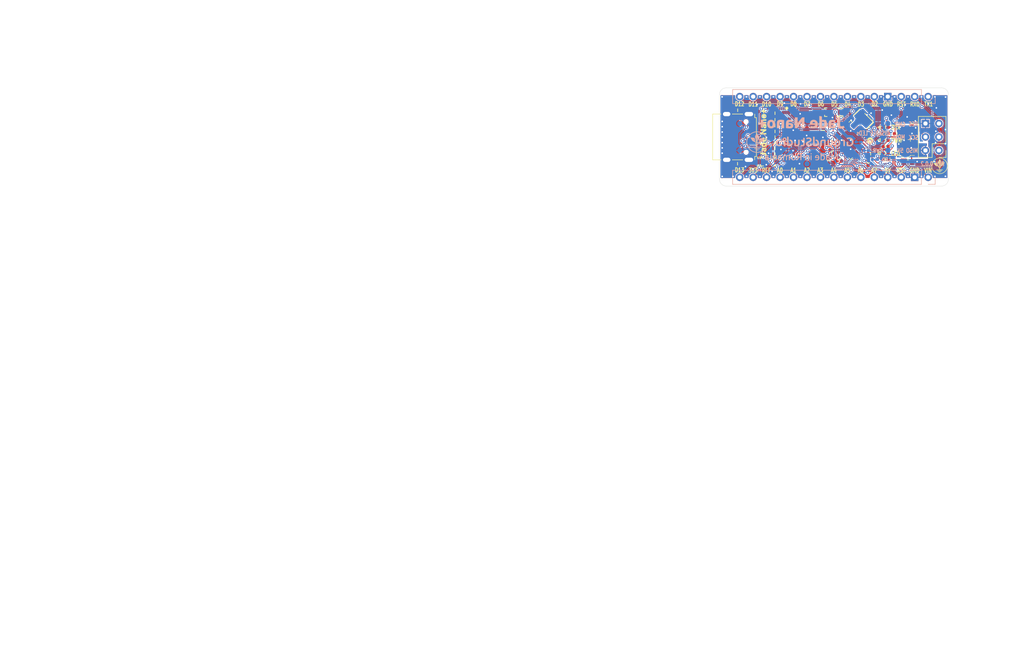
<source format=kicad_pcb>
(kicad_pcb (version 20211014) (generator pcbnew)
  (title_block (title "Jade Nano+") (date "2021-12-15") (rev "0.0.2") (company "GroundStudio.ro") (comment 1 "Layout: Victor"))
  (layers (0 "F.Cu" power) (31 "B.Cu" power) (34 "B.Paste" user) (35 "F.Paste" user) (36 "B.SilkS" user "B.Silkscreen") (37 "F.SilkS" user "F.Silkscreen") (38 "B.Mask" user) (39 "F.Mask" user) (44 "Edge.Cuts" user))
  (net 0 "")
  (net 1 "GND")
  (net 2 "VIN")
  (net 3 "AREF")
  (net 4 "+5V")
  (net 5 "VUSB")
  (net 6 "+3V3")
  (net 7 "Net-(D1-Pad1)")
  (net 8 "D10")
  (net 9 "D9")
  (net 10 "D8")
  (net 11 "D7")
  (net 12 "D6")
  (net 13 "D5")
  (net 14 "D4")
  (net 15 "D3")
  (net 16 "D2")
  (net 17 "D13-SCK")
  (net 18 "A0")
  (net 19 "A1")
  (net 20 "A2")
  (net 21 "A3")
  (net 22 "A4")
  (net 23 "A5")
  (net 24 "A6")
  (net 25 "A7")
  (net 26 "D12-MISO")
  (net 27 "D+")
  (net 28 "D-")
  (net 29 "Net-(LED_POW1-Pad2)")
  (net 30 "D11-MOSI")
  (net 31 "D0-uC_RX")
  (net 32 "D1-uC_TX")
  (net 33 "XTAL1")
  (net 34 "XTAL2")
  (net 35 "Net-(D3-Pad2)")
  (net 36 "Net-(USB1-PadB8)")
  (net 37 "Net-(USB1-PadA8)")
  (net 38 "Net-(C9-Pad2)")
  (net 39 "Net-(IC1-Pad15)")
  (net 40 "Net-(IC1-Pad14)")
  (net 41 "Net-(IC1-Pad13)")
  (net 42 "Net-(IC1-Pad12)")
  (net 43 "Net-(IC1-Pad8)")
  (net 44 "Net-(IC1-Pad5)")
  (net 45 "Net-(R9-Pad2)")
  (net 46 "Net-(R10-Pad1)")
  (net 47 "Net-(C3-Pad2)")
  (net 48 "Net-(J6-Pad1)")
  (net 49 "uC_Reset")
  (net 50 "Net-(IC1-Pad7)")
  (net 51 "Net-(J4-Pad2)")
  (net 52 "Net-(J5-Pad2)")
  (net 53 "Net-(U1-Pad6)")
  (net 54 "Net-(U1-Pad3)")
  (net 55 "/UD-")
  (net 56 "/UD+")
  (net 57 "HOLTEK_RX")
  (net 58 "HOLTEK_TX")
  (footprint "GS_Local:TestPoint" (layer "F.Cu") (at 156.21 93.345)
    (fp_text reference "TP_USH1")
    (fp_text value "TestPoint")
  )
  (footprint "GS_Local:LED_0402_alt" (layer "F.Cu") (at 183.73852 91.41206)
    (fp_text reference "LED_POW1")
    (fp_text value "LED_0402_RED")
  )
  (footprint "GS_Local:C_0402_alt" (layer "F.Cu") (at 172.9994 95.25 -90)
    (fp_text reference "C7")
    (fp_text value "C_0402_100nF_16V")
  )
  (footprint "GS_Local:CSTNE" (layer "F.Cu") (at 179.558 87.4068 135)
    (fp_text reference "Y1")
    (fp_text value "Resonator_3Pin_3.2x1.3 CSTNE16M0V")
  )
  (footprint "GS_Local:QFN-32-1EP_5x5mm_P0.5mm_EP3.1x3.1mm" (layer "F.Cu") (at 177.14464 91.3868 -135)
    (fp_text reference "U1")
    (fp_text value "QFN-32-1EP_5x5_P0.5_328PB-MN")
  )
  (footprint "GS_Local:R_0402_alt" (layer "F.Cu") (at 185.88214 90.21572)
    (fp_text reference "R4")
    (fp_text value "R_0402_10k")
  )
  (footprint "GS_Local:R_0402_alt" (layer "F.Cu") (at 180.92434 93.9927 180)
    (fp_text reference "R2")
    (fp_text value "R_0402_1k")
  )
  (footprint "GS_Local:R_0402_alt" (layer "F.Cu") (at 180.4416 95.7072 90)
    (fp_text reference "R1")
    (fp_text value "R_0402_1k")
  )
  (footprint "GS_Local:TS342A2P-WZ" (layer "F.Cu") (at 184.58688 86.84768)
    (fp_text reference "SW1")
    (fp_text value "TS342A2P-WZ")
  )
  (footprint "GS_Local:Fiducial_0.75mm_Mask1.5mm" (layer "F.Cu") (at 153.77414 97.25406)
    (fp_text reference "FID1")
    (fp_text value "Fiducial")
  )
  (footprint "GS_Local:Fiducial_0.75mm_Mask1.5mm" (layer "F.Cu") (at 194.28206 84.1756)
    (fp_text reference "FID2")
    (fp_text value "Fiducial")
  )
  (footprint "GS_Local:R_0402_alt" (layer "F.Cu") (at 183.73852 92.61348)
    (fp_text reference "R6")
    (fp_text value "R_0402_20k")
  )
  (footprint "GS_Local:C_0402_alt" (layer "F.Cu") (at 162.8648 88.6714 180)
    (fp_text reference "C1")
    (fp_text value "C_0402_1uF_10V")
  )
  (footprint "GS_Local:C_0402_alt" (layer "F.Cu") (at 171.9326 89.5604 90)
    (fp_text reference "C2")
    (fp_text value "C_0402_100nF_16V")
  )
  (footprint "GS_Local:SOP-16_150MIL" (layer "F.Cu") (at 167.6146 90.6272 -90)
    (fp_text reference "IC1")
    (fp_text value "SOP-16_150MIL HT42B534-2")
  )
  (footprint "GS_Local:R_0402_alt" (layer "F.Cu") (at 183.73852 90.19286)
    (fp_text reference "R3")
    (fp_text value "R_0402_20k")
  )
  (footprint "GS_Local:TestPoint" (layer "F.Cu") (at 184.15 88.265)
    (fp_text reference "TP1")
    (fp_text value "TestPoint RxTx" hide)
  )
  (footprint "GS_Local:TestPoint" (layer "F.Cu") (at 168.91 95.885)
    (fp_text reference "TP_DTR2")
    (fp_text value "TestPoint" hide)
  )
  (footprint "GS_Local:C_0402_alt" (layer "F.Cu") (at 188.6966 88.265 90)
    (fp_text reference "C8")
    (fp_text value "C_0402_4.7uF_16V")
  )
  (footprint "GS_Local:C_0402_alt" (layer "F.Cu") (at 172.4406 87.9094 180)
    (fp_text reference "C9")
    (fp_text value "C_0402_100nF_16V")
  )
  (footprint "GS_Local:LED_0402_alt" (layer "F.Cu") (at 183.73612 88.9762)
    (fp_text reference "D1")
    (fp_text value "LED_0402_RED")
  )
  (footprint "GS_Local:LED_0402_alt" (layer "F.Cu") (at 183.73852 93.84284)
    (fp_text reference "D3")
    (fp_text value "LED_0402_GREEN")
  )
  (footprint "GS_Local:TestPoint" (layer "F.Cu") (at 156.21 88.265)
    (fp_text reference "TP_VBUS1")
    (fp_text value "TestPoint")
  )
  (footprint "GS_Local:TestPoint" (layer "F.Cu") (at 184.15 93.345)
    (fp_text reference "TP_LL1")
    (fp_text value "TestPoint" hide)
  )
  (footprint "GS_Local:C_0402_alt" (layer "F.Cu") (at 162.8648 89.7636)
    (fp_text reference "C12")
    (fp_text value "C_0402_47pF_50V")
  )
  (footprint "GS_Local:C_0402_alt" (layer "F.Cu") (at 162.8624 90.8304 180)
    (fp_text reference "C13")
    (fp_text value "C_0402_47pF_50V")
  )
  (footprint "GS_Local:R_0402_alt" (layer "F.Cu") (at 162.8648 87.5538)
    (fp_text reference "R8")
    (fp_text value "R_0402_33")
  )
  (footprint "GS_Local:R_0402_alt" (layer "F.Cu") (at 155.8012 95.8596)
    (fp_text reference "R9")
    (fp_text value "R_0402_5.1k")
  )
  (footprint "GS_Local:R_0402_alt" (layer "F.Cu") (at 155.829 85.7504 180)
    (fp_text reference "R10")
    (fp_text value "R_0402_5.1k")
  )
  (footprint "GS_Local:R_0402_alt" (layer "F.Cu") (at 183.73612 95.04172)
    (fp_text reference "R7")
    (fp_text value "R_0402_20k")
  )
  (footprint "GS_Local:C_0402_alt" (layer "F.Cu") (at 162.8648 94.0308)
    (fp_text reference "C3")
    (fp_text value "C_0402_100nF_16V")
  )
  (footprint "GS_Local:R_0402_alt" (layer "F.Cu") (at 162.8648 86.3219 180)
    (fp_text reference "R5")
    (fp_text value "R_0402_33")
  )
  (footprint "GS_Local:SOT-23-3" (layer "F.Cu") (at 187.6044 92.964 180)
    (fp_text reference "U3")
    (fp_text value "SOT-23-3 SSP7603P50MR")
  )
  (footprint "GS_Local:C_0603" (layer "F.Cu") (at 187.96 95.6564)
    (fp_text reference "C5")
    (fp_text value "C_0603_1uF_50V")
  )
  (footprint "GS_Local:C_0402_alt" (layer "F.Cu") (at 162.8648 91.8972)
    (fp_text reference "C11")
    (fp_text value "C_0402_100nF_16V")
  )
  (footprint "GS_Branding:GS_Logo2_3x3" (layer "F.Cu") (at 193.929 96.266)
    (fp_text reference "G***")
    (fp_text value "LOGO")
  )
  (footprint "GS_Local:PinHeader_2x03_P2.54mm_Vertical_Male" (layer "F.Cu") (at 193.802 93.345 180)
    (fp_text reference "J3")
    (fp_text value "PinHeader_2x03_P2.54_V_M 210-72-03GB01")
  )
  (footprint "GS_Local:SOD-123" (layer "F.Cu") (at 173.609 86.1314 180)
    (fp_text reference "D4")
    (fp_text value "SOD-123 B0520LW")
  )
  (footprint "GS_Local:C_0402_alt" (layer "F.Cu") (at 175.0822 94.996 135)
    (fp_text reference "C6")
    (fp_text value "C_0402_4.7uF_16V")
  )
  (footprint "GS_Local:C_0402_alt" (layer "F.Cu") (at 173.609 93.5482 -45)
    (fp_text reference "C4")
    (fp_text value "C_0402_100nF_16V")
  )
  (footprint "GS_Local:SOD-123" (layer "F.Cu") (at 161.6202 95.4786)
    (fp_text reference "D2")
    (fp_text value "SOD-123 B0520LW")
  )
  (footprint "GS_Local:C_0402_alt" (layer "F.Cu") (at 162.8648 92.964)
    (fp_text reference "C10")
    (fp_text value "C_0402_4.7uF_16V")
  )
  (footprint "GS_Local:USB_C_C167321" (layer "F.Cu") (at 154.806 90.805 -90)
    (fp_text reference "USB1")
    (fp_text value "USB_C 918-418K2023S40001")
  )
  (footprint "GS_Branding:GS_JadeNano+_9.0x1.4" (layer "F.Cu") (at 160.62198 90.03538 90)
    (fp_text reference "G***")
    (fp_text value "LOGO")
  )
  (footprint "GS_Local:PinHeader_1x15_P2.54mm_Vertical_Male" (layer "B.Cu") (at 191.77 83.185 90)
    (fp_text reference "J1")
    (fp_text value "PinHeader_1x15_P2.54_V_M B-2100S15P-A110")
  )
  (footprint "GS_Local:PinHeader_1x15_P2.54mm_Vertical_Male" (layer "B.Cu") (at 191.77 98.425 90)
    (fp_text reference "J2")
    (fp_text value "PinHeader_1x15_P2.54_V_M B-2100S15P-A110")
  )
  (footprint "GS_Branding:GS_Made in Romania_13.8x1.4" (layer "B.Cu") (at 167.90924 94.50324 180)
    (fp_text reference "G***")
    (fp_text value "LOGO")
  )
  (footprint "GS_Branding:GS_.ro_1.2x0.6" (layer "B.Cu") (at 162.40252 92.23502 180)
    (fp_text reference "G***")
    (fp_text value "LOGO")
  )
  (footprint "GS_Branding:GS_GroundStudio_14.6x1.8" (layer "B.Cu") (at 170.37812 91.65082 180)
    (fp_text reference "G***")
    (fp_text value "LOGO")
  )
  (footprint "GS_Branding:GS_Logo2_4x4" (layer "B.Cu") (at 159.48406 91.7702 180)
    (fp_text reference "G***")
    (fp_text value "LOGO")
  )
  (footprint "GS_Branding:GS_JadeNano+_16.4x2.5" (layer "B.Cu") (at 167.8686 88.05418 180)
    (fp_text reference "G***")
    (fp_text value "LOGO")
  )
  (footprint "GS_Local:SolderJumper_NC_small" (layer "B.Cu") (at 178.62804 91.75496)
    (fp_text reference "J5")
    (fp_text value "RTX LED DISABLE")
  )
  (footprint "GS_Local:SolderJumper_NC_small" (layer "B.Cu") (at 180.0987 93.36786)
    (fp_text reference "J6")
    (fp_text value "PWR LED DISABLE")
  )
  (footprint "GS_Local:SolderJumper_NC_small" (layer "B.Cu") (at 181.7243 95.05696)
    (fp_text reference "J4")
    (fp_text value "L LED DISABLE")
  )
  (gr_line (start 153.67 100.076) (end 194.31 100.076) (layer "Edge.Cuts") (width 0.05))
  (gr_line (start 153.67 81.534) (end 194.31 81.534) (layer "Edge.Cuts") (width 0.05))
  (gr_line (start 195.58 82.804) (end 195.58 98.806) (layer "Edge.Cuts") (width 0.05))
  (gr_line (start 152.4 98.806) (end 152.4 82.804) (layer "Edge.Cuts") (width 0.05))
  (gr_arc (start 152.4 82.804) (mid 152.771974 81.905974) (end 153.67 81.534) (layer "Edge.Cuts") (width 0.05))
  (gr_arc (start 194.31 81.534) (mid 195.208026 81.905974) (end 195.58 82.804) (layer "Edge.Cuts") (width 0.05))
  (gr_arc (start 195.58 98.806) (mid 195.208026 99.704026) (end 194.31 100.076) (layer "Edge.Cuts") (width 0.05))
  (gr_arc (start 153.67 100.076) (mid 152.771974 99.704026) (end 152.4 98.806) (layer "Edge.Cuts") (width 0.05))
  (gr_text "MISO" (at 188.722 93.3958) (layer "B.SilkS") (effects (font (size 0.8128 0.6096) (thickness 0.1524)) (justify mirror)))
  (gr_text "GND" (at 186.54776 88.45296) (layer "B.SilkS") (effects (font (size 0.8128 0.6096) (thickness 0.1524)) (justify mirror)))
  (gr_text "5V" (at 186.54776 93.38056) (layer "B.SilkS") (effects (font (size 0.8128 0.6096) (thickness 0.1524)) (justify mirror)))
  (gr_text "MOSI" (at 186.29376 90.84056) (layer "B.SilkS") (effects (font (size 0.8128 0.6096) (thickness 0.1524)) (justify mirror)))
  (gr_text "SCK" (at 189.0014 90.932) (layer "B.SilkS") (effects (font (size 0.8128 0.6096) (thickness 0.1524)) (justify mirror)))
  (gr_text "RES" (at 188.9506 88.392) (layer "B.SilkS") (effects (font (size 0.8128 0.6096) (thickness 0.1524)) (justify mirror)))
  (gr_text "DISABLE LEDs" (at 181.356 90.1065) (layer "B.SilkS") (effects (font (size 0.8128 0.6096) (thickness 0.1524)) (justify mirror)))
  (gr_text "PWR" (at 182.30342 93.33992) (layer "B.SilkS") (effects (font (size 0.6096 0.6096) (thickness 0.1524)) (justify mirror)))
  (gr_text "RTX" (at 180.6956 91.75496) (layer "B.SilkS") (effects (font (size 0.6096 0.6096) (thickness 0.1524)) (justify mirror)))
  (gr_text "LED" (at 183.88584 95.05696) (layer "B.SilkS") (effects (font (size 0.6096 0.6096) (thickness 0.1524)) (justify mirror)))
  (gr_text "REV 0.0.2" (at 192.6082 95.90532) (layer "B.SilkS") (effects (font (size 0.8128 0.6096) (thickness 0.1524)) (justify mirror)))
  (gr_text "D11" (at 158.7528 84.6266) (layer "F.SilkS") (effects (font (size 0.8128 0.6096) (thickness 0.1524))))
  (gr_text "D10\n" (at 161.2828 84.6266) (layer "F.SilkS") (effects (font (size 0.8128 0.6096) (thickness 0.1524))))
  (gr_text "D9\n" (at 163.83 84.582) (layer "F.SilkS") (effects (font (size 0.8128 0.6096) (thickness 0.1524))))
  (gr_text "D8\n" (at 166.37 84.6074) (layer "F.SilkS") (effects (font (size 0.8128 0.6096) (thickness 0.1524))))
  (gr_text "D7\n" (at 168.91 84.6074) (layer "F.SilkS") (effects (font (size 0.8128 0.6096) (thickness 0.1524))))
  (gr_text "D6\n" (at 171.5262 84.6074) (layer "F.SilkS") (effects (font (size 0.8128 0.6096) (thickness 0.1524))))
  (gr_text "D5\n" (at 174.0662 84.6328) (layer "F.SilkS") (effects (font (size 0.8128 0.6096) (thickness 0.1524))))
  (gr_text "D3\n" (at 179.0928 84.6366) (layer "F.SilkS") (effects (font (size 0.8128 0.6096) (thickness 0.1524))))
  (gr_text "D2\n" (at 181.6862 84.582) (layer "F.SilkS") (effects (font (size 0.8128 0.6096) (thickness 0.1524))))
  (gr_text "GND" (at 184.1754 84.6328) (layer "F.SilkS") (effects (font (size 0.8128 0.6096) (thickness 0.1524))))
  (gr_text "GND" (at 189.192 97.109) (layer "F.SilkS") (effects (font (size 0.8128 0.6096) (thickness 0.1524))))
  (gr_text "RST" (at 186.7154 84.6328) (layer "F.SilkS") (effects (font (size 0.8128 0.6096) (thickness 0.1524))))
  (gr_text "RX0" (at 189.2554 84.6366) (layer "F.SilkS") (effects (font (size 0.8128 0.6096) (thickness 0.1524))))
  (gr_text "TX1" (at 191.8462 84.6074) (layer "F.SilkS") (effects (font (size 0.8128 0.6096) (thickness 0.1524))))
  (gr_text "VIN" (at 191.742 97.119) (layer "F.SilkS") (effects (font (size 0.8128 0.6096) (thickness 0.1524))))
  (gr_text "RST" (at 186.682 97.129) (layer "F.SilkS") (effects (font (size 0.8128 0.6096) (thickness 0.1524))))
  (gr_text "5V" (at 184.132 97.129) (layer "F.SilkS") (effects (font (size 0.8128 0.6096) (thickness 0.1524))))
  (gr_text "A7" (at 181.572 97.129) (layer "F.SilkS") (effects (font (size 0.8128 0.6096) (thickness 0.1524))))
  (gr_text "A6" (at 179.032 97.119) (layer "F.SilkS") (effects (font (size 0.8128 0.6096) (thickness 0.1524))))
  (gr_text "A5" (at 176.502 97.119) (layer "F.SilkS") (effects (font (size 0.8128 0.6096) (thickness 0.1524))))
  (gr_text "A4" (at 173.962 97.099) (layer "F.SilkS") (effects (font (size 0.8128 0.6096) (thickness 0.1524))))
  (gr_text "A3" (at 171.412 97.099) (layer "F.SilkS") (effects (font (size 0.8128 0.6096) (thickness 0.1524))))
  (gr_text "A2" (at 168.882 97.089) (layer "F.SilkS") (effects (font (size 0.8128 0.6096) (thickness 0.1524))))
  (gr_text "A1" (at 166.342 97.099) (layer "F.SilkS") (effects (font (size 0.8128 0.6096) (thickness 0.1524))))
  (gr_text "A0" (at 163.802 97.099) (layer "F.SilkS") (effects (font (size 0.8128 0.6096) (thickness 0.1524))))
  (gr_text "REF" (at 161.252 97.109) (layer "F.SilkS") (effects (font (size 0.8128 0.6096) (thickness 0.1524))))
  (gr_text "D13" (at 156.1846 97.0534) (layer "F.SilkS") (effects (font (size 0.8128 0.6096) (thickness 0.1524))))
  (gr_text "D4\n" (at 176.6028 84.6466) (layer "F.SilkS") (effects (font (size 0.8128 0.6096) (thickness 0.1524))))
  (gr_text "3V3" (at 158.722 97.099) (layer "F.SilkS") (effects (font (size 0.8128 0.6096) (thickness 0.1524))))
  (gr_text "D12" (at 156.1846 84.582) (layer "F.SilkS") (effects (font (size 0.8128 0.6096) (thickness 0.1524))))
  (gr_text "PWR" (at 185.7756 91.4654) (layer "F.SilkS") (effects (font (size 0.8128 0.6096) (thickness 0.1524))))
  (gr_text "LED" (at 185.6232 93.9292) (layer "F.SilkS") (effects (font (size 0.8128 0.6096) (thickness 0.1524))))
  (gr_text "RTX\n" (at 185.674 89.0016) (layer "F.SilkS") (effects (font (size 0.8128 0.6096) (thickness 0.1524))))
  (segment (start 177.14464 91.033247) (end 177.14464 91.3868) (width 0.2032) (layer "F.Cu") (net 1))
  (segment (start 176.086092 92.798901) (end 176.086092 92.445348) (width 0.2032) (layer "F.Cu") (net 1))
  (segment (start 176.086092 92.445348) (end 177.14464 91.3868) (width 0.2032) (layer "F.Cu") (net 1))
  (segment (start 178.2053 91.3868) (end 177.14464 91.3868) (width 0.2032) (layer "F.Cu") (net 1))
  (segment (start 188.6544 95.5633) (end 188.7475 95.6564) (width 0.2032) (layer "F.Cu") (net 1))
  (segment (start 157.84186 95.00562) (end 157.93774 95.00562) (width 0.2032) (layer "F.Cu") (net 1))
  (segment (start 190.0682 86.4616) (end 190.015 86.4616) (width 0.2032) (layer "F.Cu") (net 1))
  (segment (start 179.558 87.296942) (end 180.223162 86.63178) (width 0.2032) (layer "F.Cu") (net 1))
  (segment (start 179.558 87.4068) (end 179.558 87.296942) (width 0.2032) (layer "F.Cu") (net 1))
  (segment (start 175.597844 93.287149) (end 176.086092 92.798901) (width 0.2032) (layer "F.Cu") (net 1))
  (segment (start 182.36188 86.84768) (end 181.54142 86.84768) (width 0.2032) (layer "F.Cu") (net 1))
  (segment (start 178.691436 89.486451) (end 177.14464 91.033247) (width 0.2032) (layer "F.Cu") (net 1))
  (segment (start 181.54142 86.84768) (end 181.00294 86.3092) (width 0.2032) (layer "F.Cu") (net 1))
  (segment (start 188.6544 93.914) (end 188.6544 95.5633) (width 0.2032) (layer "F.Cu") (net 1))
  (via (at 191.74206 84.53374) (size 0.6) (drill 0.3) (layers "F.Cu" "B.Cu") (net 1))
  (via (at 166.2684 93.3958) (size 0.6) (drill 0.3) (layers "F.Cu" "B.Cu") (net 1))
  (via (at 167.68318 84.56676) (size 0.6) (drill 0.3) (layers "F.Cu" "B.Cu") (net 1))
  (via (at 189.69228 95.45574) (size 0.6) (drill 0.3) (layers "F.Cu" "B.Cu") (net 1))
  (via (at 192.92316 95.4659) (size 0.6) (drill 0.3) (layers "F.Cu" "B.Cu") (net 1))
  (via (at 162.3187 97.31502) (size 0.6) (drill 0.3) (layers "F.Cu" "B.Cu") (net 1))
  (via (at 163.99002 93.16974) (size 0.6) (drill 0.3) (layers "F.Cu" "B.Cu") (net 1))
  (via (at 161.2646 90.8812) (size 0.6) (drill 0.3) (layers "F.Cu" "B.Cu") (net 1))
  (via (at 166.6494 91.4654) (size 0.6) (drill 0.3) (layers "F.Cu" "B.Cu") (net 1))
  (via (at 177.2412 87.63) (size 0.6) (drill 0.3) (layers "F.Cu" "B.Cu") (net 1))
  (via (at 193.2178 89.7255) (size 0.6) (drill 0.3) (layers "F.Cu" "B.Cu") (net 1))
  (via (at 193.167 91.8718) (size 0.6) (drill 0.3) (layers "F.Cu" "B.Cu") (net 1))
  (via (at 152.908 88.8713) (size 0.6) (drill 0.3) (layers "F.Cu" "B.Cu") (net 1))
  (via (at 152.908 89.8713) (size 0.6) (drill 0.3) (layers "F.Cu" "B.Cu") (net 1))
  (via (at 152.908 90.8713) (size 0.6) (drill 0.3) (layers "F.Cu" "B.Cu") (net 1))
  (via (at 152.908 91.8713) (size 0.6) (drill 0.3) (layers "F.Cu" "B.Cu") (net 1))
  (via (at 152.908 92.8713) (size 0.6) (drill 0.3) (layers "F.Cu" "B.Cu") (net 1))
  (via (at 152.908 93.8713) (size 0.6) (drill 0.3) (layers "F.Cu" "B.Cu") (net 1))
  (via (at 152.908 98.2599) (size 0.6) (drill 0.3) (layers "F.Cu" "B.Cu") (net 1))
  (via (at 195.0212 98.2345) (size 0.6) (drill 0.3) (layers "F.Cu" "B.Cu") (net 1))
  (via (at 195.0466 83.2739) (size 0.6) (drill 0.3) (layers "F.Cu" "B.Cu") (net 1))
  (via (at 195.0466 89.408) (size 0.6) (drill 0.3) (layers "F.Cu" "B.Cu") (net 1))
  (via (at 195.0466 92.1004) (size 0.6) (drill 0.3) (layers "F.Cu" "B.Cu") (net 1))
  (via (at 177.14976 91.4019) (size 0.6) (drill 0.3) (layers "F.Cu" "B.Cu") (net 1))
  (via (at 167.6146 86.4362) (size 0.6) (drill 0.3) (layers "F.Cu" "B.Cu") (net 1))
  (via (at 160.782 86.8934) (size 0.6) (drill 0.3) (layers "F.Cu" "B.Cu") (net 1))
  (via (at 168.1353 91.694) (size 0.6) (drill 0.3) (layers "F.Cu" "B.Cu") (net 1))
  (via (at 173.7106 87.1347) (size 0.6) (drill 0.3) (layers "F.Cu" "B.Cu") (net 1))
  (via (at 159.48914 84.69884) (size 0.6) (drill 0.3) (layers "F.Cu" "B.Cu") (net 1))
  (via (at 160.02508 98.25482) (size 0.6) (drill 0.3) (layers "F.Cu" "B.Cu") (net 1))
  (via (at 162.56508 98.25482) (size 0.6) (drill 0.3) (layers "F.Cu" "B.Cu") (net 1))
  (via (at 165.10508 98.25482) (size 0.6) (drill 0.3) (layers "F.Cu" "B.Cu") (net 1))
  (via (at 167.64508 98.25482) (size 0.6) (drill 0.3) (layers "F.Cu" "B.Cu") (net 1))
  (via (at 170.18508 98.25482) (size 0.6) (drill 0.3) (layers "F.Cu" "B.Cu") (net 1))
  (via (at 172.72508 98.25482) (size 0.6) (drill 0.3) (layers "F.Cu" "B.Cu") (net 1))
  (via (at 175.26508 98.25482) (size 0.6) (drill 0.3) (layers "F.Cu" "B.Cu") (net 1))
  (via (at 177.80508 98.25482) (size 0.6) (drill 0.3) (layers "F.Cu" "B.Cu") (net 1))
  (via (at 182.88508 98.25482) (size 0.6) (drill 0.3) (layers "F.Cu" "B.Cu") (net 1))
  (via (at 185.42508 98.25482) (size 0.6) (drill 0.3) (layers "F.Cu" "B.Cu") (net 1))
  (via (at 187.96508 98.25482) (size 0.6) (drill 0.3) (layers "F.Cu" "B.Cu") (net 1))
  (via (at 190.50508 98.25482) (size 0.6) (drill 0.3) (layers "F.Cu" "B.Cu") (net 1))
  (via (at 193.04508 98.25482) (size 0.6) (drill 0.3) (layers "F.Cu" "B.Cu") (net 1))
  (via (at 154.9527 98.25482) (size 0.6) (drill 0.3) (layers "F.Cu" "B.Cu") (net 1))
  (via (at 157.48508 98.24212) (size 0.6) (drill 0.3) (layers "F.Cu" "B.Cu") (net 1))
  (via (at 157.48508 83.23072) (size 0.6) (drill 0.3) (layers "F.Cu" "B.Cu") (net 1))
  (via (at 160.02508 83.23072) (size 0.6) (drill 0.3) (layers "F.Cu" "B.Cu") (net 1))
  (via (at 162.56508 83.23072) (size 0.6) (drill 0.3) (layers "F.Cu" "B.Cu") (net 1))
  (via (at 165.10508 83.23072) (size 0.6) (drill 0.3) (layers "F.Cu" "B.Cu") (net 1))
  (via (at 167.64508 83.23072) (size 0.6) (drill 0.3) (layers "F.Cu" "B.Cu") (net 1))
  (via (at 170.18508 83.23072) (size 0.6) (drill 0.3) (layers "F.Cu" "B.Cu") (net 1))
  (via (at 172.72508 83.23072) (size 0.6) (drill 0.3) (layers "F.Cu" "B.Cu") (net 1))
  (via (at 175.26508 83.23072) (size 0.6) (drill 0.3) (layers "F.Cu" "B.Cu") (net 1))
  (via (at 177.80508 83.23072) (size 0.6) (drill 0.3) (layers "F.Cu" "B.Cu") (net 1))
  (via (at 180.34508 83.23072) (size 0.6) (drill 0.3) (layers "F.Cu" "B.Cu") (net 1))
  (via (at 182.88508 83.23072) (size 0.6) (drill 0.3) (layers "F.Cu" "B.Cu") (net 1))
  (via (at 185.42508 83.23072) (size 0.6) (drill 0.3) (layers "F.Cu" "B.Cu") (net 1))
  (via (at 187.96508 83.23072) (size 0.6) (drill 0.3) (layers "F.Cu" "B.Cu") (net 1))
  (via (at 190.50508 83.23072) (size 0.6) (drill 0.3) (layers "F.Cu" "B.Cu") (net 1))
  (via (at 193.04508 83.23072) (size 0.6) (drill 0.3) (layers "F.Cu" "B.Cu") (net 1))
  (via (at 161.22396 96.04248) (size 0.6) (drill 0.3) (layers "F.Cu" "B.Cu") (net 1))
  (via (at 164.6301 84.41182) (size 0.6) (drill 0.3) (layers "F.Cu" "B.Cu") (net 1))
  (via (at 187.452 84.7598) (size 0.6) (drill 0.3) (layers "F.Cu" "B.Cu") (net 1))
  (via (at 175.4124 91.3892) (size 0.6) (drill 0.3) (layers "F.Cu" "B.Cu") (net 1))
  (via (at 152.908 87.8713) (size 0.6) (drill 0.3) (layers "F.Cu" "B.Cu") (net 1))
  (via (at 182.45328 91.63558) (size 0.6) (drill 0.3) (layers "F.Cu" "B.Cu") (net 1))
  (via (at 166.3192 89.535) (size 0.6) (drill 0.3) (layers "F.Cu" "B.Cu") (net 1))
  (via (at 181.00294 86.3092) (size 0.6) (drill 0.3) (layers "F.Cu" "B.Cu") (net 1))
  (via (at 189.357 87.77732) (size 0.6) (drill 0.3) (layers "F.Cu" "B.Cu") (net 1))
  (via (at 152.8953 83.2358) (size 0.6) (drill 0.3) (layers "F.Cu" "B.Cu") (net 1))
  (via (at 158.6992 96.8502) (size 0.6) (drill 0.3) (layers "F.Cu" "B.Cu") (net 1))
  (via (at 184.8358 86.6902) (size 0.6) (drill 0.3) (layers "F.Cu" "B.Cu") (net 1))
  (via (at 177.1523 89.65184) (size 0.6) (drill 0.3) (layers "F.Cu" "B.Cu") (net 1))
  (via (at 168.84142 90.53322) (size 0.6) (drill 0.3) (layers "F.Cu" "B.Cu") (net 1))
  (via (at 177.1396 93.1164) (size 0.6) (drill 0.3) (layers "F.Cu" "B.Cu") (net 1))
  (via (at 183.1086 85.725) (size 0.6) (drill 0.3) (layers "F.Cu" "B.Cu") (net 1))
  (via (at 157.3022 96.393) (size 0.6) (drill 0.3) (layers "F.Cu" "B.Cu") (net 1))
  (via (at 167.4876 95.8596) (size 0.6) (drill 0.3) (layers "F.Cu" "B.Cu") (net 1))
  (via (at 180.223162 86.63178) (size 0.6) (drill 0.3) (layers "F.Cu" "B.Cu") (net 1))
  (via (at 171.9072 90.8812) (size 0.6) (drill 0.3) (layers "F.Cu" "B.Cu") (net 1))
  (via (at 161.65576 93.88094) (size 0.6) (drill 0.3) (layers "F.Cu" "B.Cu") (net 1))
  (via (at 187.8076 87.0204) (size 0.6) (drill 0.3) (layers "F.Cu" "B.Cu") (net 1))
  (via (at 193.3194 85.3186) (size 0.6) (drill 0.3) (layers "F.Cu" "B.Cu") (net 1))
  (segment (start 180.223162 86.63178) (end 180.545742 86.3092) (width 0.2032) (layer "B.Cu") (net 1))
  (segment (start 180.545742 86.3092) (end 181.00294 86.3092) (width 0.2032) (layer "B.Cu") (net 1))
  (segment (start 190.1444 96.7994) (end 191.77 98.425) (width 0.2032) (layer "F.Cu") (net 2))
  (segment (start 185.49874 96.034364) (end 185.49874 94.52286) (width 0.2032) (layer "F.Cu") (net 2))
  (segment (start 187.1725 95.6564) (end 187.1725 96.1314) (width 0.2032) (layer "F.Cu") (net 2))
  (segment (start 188.341 96.7994) (end 190.1444 96.7994) (width 0.2032) (layer "F.Cu") (net 2))
  (segment (start 186.839498 96.464402) (end 185.928778 96.464402) (width 0.2032) (layer "F.Cu") (net 2))
  (segment (start 187.198 95.6564) (end 188.341 96.7994) (width 0.2032) (layer "F.Cu") (net 2))
  (segment (start 186.182 93.8396) (end 186.182 93.3364) (width 0.2032) (layer "F.Cu") (net 2))
  (segment (start 187.1725 96.1314) (end 186.839498 96.464402) (width 0.2032) (layer "F.Cu") (net 2))
  (segment (start 185.928778 96.464402) (end 185.49874 96.034364) (width 0.2032) (layer "F.Cu") (net 2))
  (segment (start 185.49874 94.52286) (end 186.182 93.8396) (width 0.2032) (layer "F.Cu") (net 2))
  (segment (start 187.1725 95.6564) (end 187.198 95.6564) (width 0.2032) (layer "F.Cu") (net 2))
  (segment (start 186.182 93.3364) (end 186.5544 92.964) (width 0.2032) (layer "F.Cu") (net 2))
  (segment (start 174.967144 93.210743) (end 173.423217 93.210743) (width 0.2032) (layer "F.Cu") (net 3))
  (segment (start 173.423217 93.210743) (end 172.736436 93.897524) (width 0.2032) (layer "F.Cu") (net 3))
  (segment (start 175.244291 92.933596) (end 174.967144 93.210743) (width 0.2032) (layer "F.Cu") (net 3))
  (via (at 172.736436 93.897524) (size 0.6) (drill 0.3) (layers "F.Cu" "B.Cu") (net 3))
  (segment (start 168.381884 93.306911) (end 168.839084 92.849711) (width 0.2032) (layer "B.Cu") (net 3))
  (segment (start 171.665202 93.897524) (end 172.736436 93.897524) (width 0.2032) (layer "B.Cu") (net 3))
  (segment (start 166.999433 93.306911) (end 168.381884 93.306911) (width 0.2032) (layer "B.Cu") (net 3))
  (segment (start 165.994568 92.84971) (end 166.002479 92.841799) (width 0.2032) (layer "B.Cu") (net 3))
  (segment (start 166.002479 92.841799) (end 166.534321 92.841799) (width 0.2032) (layer "B.Cu") (net 3))
  (segment (start 168.839084 92.849711) (end 170.617389 92.849711) (width 0.2032) (layer "B.Cu") (net 3))
  (segment (start 161.29 98.425) (end 161.29 97.3582) (width 0.2032) (layer "B.Cu") (net 3))
  (segment (start 170.617389 92.849711) (end 171.665202 93.897524) (width 0.2032) (layer "B.Cu") (net 3))
  (segment (start 166.534321 92.841799) (end 166.999433 93.306911) (width 0.2032) (layer "B.Cu") (net 3))
  (segment (start 165.798489 92.849711) (end 165.994568 92.84971) (width 0.2032) (layer "B.Cu") (net 3))
  (segment (start 161.29 97.3582) (end 165.798489 92.849711) (width 0.2032) (layer "B.Cu") (net 3))
  (segment (start 174.264869 92.498804) (end 173.831554 92.498804) (width 0.2032) (layer "F.Cu") (net 4))
  (segment (start 174.57186 85.51926) (end 174.028342 85.51926) (width 0.2032) (layer "F.Cu") (net 4))
  (segment (start 180.582215 97.276005) (end 180.978455 97.276005) (width 0.2032) (layer "F.Cu") (net 4))
  (segment (start 170.2146 86.1822) (end 169.1114 86.1822) (width 0.2032) (layer "F.Cu") (net 4))
  (segment (start 169.358802 94.368338) (end 169.210522 94.220058) (width 0.2032) (layer "F.Cu") (net 4))
  (segment (start 180.403779 97.451901) (end 180.3273 97.52838) (width 0.2032) (layer "F.Cu") (net 4))
  (segment (start 173.6701 94.765) (end 173.746474 94.841374) (width 0.2032) (layer "F.Cu") (net 4))
  (segment (start 175.184 86.1314) (end 174.57186 85.51926) (width 0.2032) (layer "F.Cu") (net 4))
  (segment (start 169.1114 86.1822) (end 167.569157 87.724443) (width 0.2032) (layer "F.Cu") (net 4))
  (segment (start 173.13402 91.34602) (end 172.508898 90.720898) (width 0.2032) (layer "F.Cu") (net 4))
  (segment (start 165.26481 95.62621) (end 165.92775 95.62621) (width 0.2032) (layer "F.Cu") (net 4))
  (segment (start 185.14313 93.82761) (end 185.18124 93.7895) (width 0.2032) (layer "F.Cu") (net 4))
  (segment (start 174.74457 96.019524) (end 174.738384 96.019524) (width 0.2032) (layer "F.Cu") (net 4))
  (segment (start 164.58438 96.30664) (end 165.26481 95.62621) (width 0.2032) (layer "F.Cu") (net 4))
  (segment (start 171.03195 94.368338) (end 169.358802 94.368338) (width 0.2032) (layer "F.Cu") (net 4))
  (segment (start 172.271412 94.21599) (end 171.184298 94.21599) (width 0.2032) (layer "F.Cu") (net 4))
  (segment (start 172.654202 86.8934) (end 171.4754 86.8934) (width 0.2032) (layer "F.Cu") (net 4))
  (segment (start 184.9755 88.9762) (end 184.99582 88.95588) (width 0.2032) (layer "F.Cu") (net 4))
  (segment (start 166.93642 93.987536) (end 166.93642 94.61754) (width 0.2032) (layer "F.Cu") (net 4))
  (segment (start 186.36714 90.21572) (end 185.787741 90.795119) (width 0.2032) (layer "F.Cu") (net 4))
  (segment (start 164.02324 96.30664) (end 164.58438 96.30664) (width 0.2032) (layer "F.Cu") (net 4))
  (segment (start 180.159227 89.417801) (end 180.583491 89.417801) (width 0.2032) (layer "F.Cu") (net 4))
  (segment (start 163.1952 95.4786) (end 164.02324 96.30664) (width 0.2032) (layer "F.Cu") (net 4))
  (segment (start 184.15 97.00768) (end 185.14313 96.01455) (width 0.2032) (layer "F.Cu") (net 4))
  (segment (start 172.508898 90.720898) (end 172.508898 89.651698) (width 0.2032) (layer "F.Cu") (net 4))
  (segment (start 179.044989 89.840004) (end 179.467192 89.417801) (width 0.2032) (layer "F.Cu") (net 4))
  (segment (start 184.22112 88.9762) (end 184.9755 88.9762) (width 0.2032) (layer "F.Cu") (net 4))
  (segment (start 172.508898 89.651698) (end 171.9326 89.0754) (width 0.2032) (layer "F.Cu") (net 4))
  (segment (start 174.028342 85.51926) (end 172.654202 86.8934) (width 0.2032) (layer "F.Cu") (net 4))
  (segment (start 179.467192 89.417801) (end 180.159227 89.417801) (width 0.2032) (layer "F.Cu") (net 4))
  (segment (start 185.787741 90.795119) (end 182.915839 90.795119) (width 0.2032) (layer "F.Cu") (net 4))
  (segment (start 167.569157 93.354799) (end 166.93642 93.987536) (width 0.2032) (layer "F.Cu") (net 4))
  (segment (start 171.184298 94.21599) (end 171.03195 94.368338) (width 0.2032) (layer "F.Cu") (net 4))
  (segment (start 180.3273 97.52838) (end 180.32984 97.52838) (width 0.2032) (layer "F.Cu") (net 4))
  (segment (start 180.978455 97.276005) (end 181.41442 96.84004) (width 0.2032) (layer "F.Cu") (net 4))
  (segment (start 175.425147 95.338947) (end 174.74457 96.019524) (width 0.2032) (layer "F.Cu") (net 4))
  (segment (start 167.569157 87.724443) (end 167.569157 93.354799) (width 0.2032) (layer "F.Cu") (net 4))
  (segment (start 173.831554 92.498804) (end 173.13402 91.80127) (width 0.2032) (layer "F.Cu") (net 4))
  (segment (start 166.13632 95.41764) (end 166.93642 94.61754) (width 0.2032) (layer "F.Cu") (net 4))
  (segment (start 180.32984 97.52838) (end 180.582215 97.276005) (width 0.2032) (layer "F.Cu") (net 4))
  (segment (start 171.4754 86.8934) (end 170.7642 86.1822) (width 0.2032) (layer "F.Cu") (net 4))
  (segment (start 165.92775 95.62621) (end 166.13632 95.41764) (width 0.2032) (layer "F.Cu") (net 4))
  (segment (start 172.820422 94.765) (end 172.271412 94.21599) (width 0.2032) (layer "F.Cu") (net 4))
  (segment (start 182.915839 90.795119) (end 182.59298 90.47226) (width 0.2032) (layer "F.Cu") (net 4))
  (segment (start 173.13402 91.80127) (end 173.13402 91.34602) (width 0.2032) (layer "F.Cu") (net 4))
  (segment (start 172.9994 94.765) (end 172.820422 94.765) (width 0.2032) (layer "F.Cu") (net 4))
  (segment (start 185.14313 96.01455) (end 185.14313 93.82761) (width 0.2032) (layer "F.Cu") (net 4))
  (segment (start 170.7642 86.1822) (end 170.2146 86.1822) (width 0.2032) (layer "F.Cu") (net 4))
  (segment (start 181.36616 90.58656) (end 181.36616 90.47226) (width 0.2032) (layer "F.Cu") (net 4))
  (segment (start 182.56504 96.84004) (end 184.15 98.425) (width 0.2032) (layer "F.Cu") (net 4))
  (segment (start 174.537184 92.226489) (end 174.264869 92.498804) (width 0.2032) (layer "F.Cu") (net 4))
  (segment (start 181.41442 96.84004) (end 182.56504 96.84004) (width 0.2032) (layer "F.Cu") (net 4))
  (segment (start 185.13552 93.83522) (end 185.18124 93.7895) (width 0.2032) (layer "F.Cu") (net 4))
  (segment (start 184.15 98.425) (end 184.15 97.00768) (width 0.2032) (layer "F.Cu") (net 4))
  (segment (start 182.59298 90.47226) (end 181.36616 90.47226) (width 0.2032) (layer "F.Cu") (net 4))
  (segment (start 172.9994 94.765) (end 173.6701 94.765) (width 0.2032) (layer "F.Cu") (net 4))
  (segment (start 169.210522 94.220058) (end 168.349243 94.220058) (width 0.2032) (layer "F.Cu") (net 4))
  (via (at 186.2201 92.1385) (size 0.6) (drill 0.3) (layers "F.Cu" "B.Cu") (net 4))
  (via (at 168.349243 94.220058) (size 0.6) (drill 0.3) (layers "F.Cu" "B.Cu") (net 4))
  (via (at 181.36616 90.47226) (size 0.6) (drill 0.3) (layers "F.Cu" "B.Cu") (net 4))
  (via (at 173.746474 94.841374) (size 0.6) (drill 0.3) (layers "F.Cu" "B.Cu") (net 4))
  (via (at 188.595 91.1352) (size 0.6) (drill 0.3) (layers "F.Cu" "B.Cu") (net 4))
  (via (at 188.58992 92.84208) (size 0.6) (drill 0.3) (layers "F.Cu" "B.Cu") (net 4))
  (via (at 180.3273 97.52838) (size 0.6) (drill 0.3) (layers "F.Cu" "B.Cu") (net 4))
  (via (at 173.3528 92.099659) (size 0.6) (drill 0.3) (layers "F.Cu" "B.Cu") (net 4))
  (via (at 185.18124 93.7895) (size 0.6) (drill 0.3) (layers "F.Cu" "B.Cu") (net 4))
  (via (at 174.738384 96.019524) (size 0.6) (drill 0.3) (layers "F.Cu" "B.Cu") (net 4))
  (via (at 186.49188 88.96096) (size 0.6) (drill 0.3) (layers "F.Cu" "B.Cu") (net 4))
  (via (at 184.99582 88.95588) (size 0.6) (drill 0.3) (layers "F.Cu" "B.Cu") (net 4))
  (via (at 186.48426 94.34576) (size 0.6) (drill 0.3) (layers "F.Cu" "B.Cu") (net 4))
  (via (at 166.93642 94.61754) (size 0.6) (drill 0.3) (layers "F.Cu" "B.Cu") (net 4))
  (via (at 189.4078 89.0778) (size 0.6) (drill 0.3) (layers "F.Cu" "B.Cu") (net 4))
  (via (at 180.583491 89.417801) (size 0.6) (drill 0.3) (layers "F.Cu" "B.Cu") (net 4))
  (via (at 187.2234 91.44) (size 0.6) (drill 0.3) (layers "F.Cu" "B.Cu") (net 4))
  (via (at 188.722 90.1446) (size 0.6) (drill 0.3) (layers "F.Cu" "B.Cu") (net 4))
  (segment (start 174.2567 95.3516) (end 173.746474 94.841374) (width 0.2032) (layer "B.Cu") (net 4))
  (segment (start 178.153839 96.779361) (end 178.516206 96.779361) (width 0.2032) (layer "B.Cu") (net 4))
  (segment (start 178.516206 96.779361) (end 179.196644 97.459799) (width 0.2032) (layer "B.Cu") (net 4))
  (segment (start 185.18124 93.7895) (end 185.928 93.7895) (width 0.2032) (layer "B.Cu") (net 4))
  (segment (start 174.738384 96.019524) (end 174.2567 95.53784) (width 0.2032) (layer "B.Cu") (net 4))
  (segment (start 174.11954 94.468308) (end 173.746474 94.841374) (width 0.2032) (layer "B.Cu") (net 4))
  (segment (start 168.349243 94.220058) (end 167.333902 94.220058) (width 0.2032) (layer "B.Cu") (net 4))
  (segment (start 174.2567 95.53784) (end 174.2567 95.3516) (width 0.2032) (layer "B.Cu") (net 4))
  (segment (start 174.738384 96.019524) (end 177.394002 96.019524) (width 0.2032) (layer "B.Cu") (net 4))
  (segment (start 167.333902 94.220058) (end 166.93642 94.61754) (width 0.2032) (layer "B.Cu") (net 4))
  (segment (start 184.99582 88.95588) (end 186.4868 88.95588) (width 0.2032) (layer "B.Cu") (net 4))
  (segment (start 173.3528 92.099659) (end 174.11954 92.866399) (width 0.2032) (layer "B.Cu") (net 4))
  (segment (start 179.196644 97.459799) (end 179.533297 97.459799) (width 0.2032) (layer "B.Cu") (net 4))
  (segment (start 174.11954 92.866399) (end 174.11954 94.468308) (width 0.2032) (layer "B.Cu") (net 4))
  (segment (start 186.4868 88.95588) (end 186.49188 88.96096) (width 0.2032) (layer "B.Cu") (net 4))
  (segment (start 179.533297 97.459799) (end 179.601878 97.52838) (width 0.2032) (layer "B.Cu") (net 4))
  (segment (start 180.63211 93.36786) (end 180.759425 93.495175) (width 0.2032) (layer "B.Cu") (net 4))
  (segment (start 185.928 93.7895) (end 186.48426 94.34576) (width 0.2032) (layer "B.Cu") (net 4))
  (segment (start 179.601878 97.52838) (end 180.3273 97.52838) (width 0.2032) (layer "B.Cu") (net 4))
  (segment (start 183.182575 93.495175) (end 183.7944 94.107) (width 0.2032) (layer "B.Cu") (net 4))
  (segment (start 183.7944 94.107) (end 184.86374 94.107) (width 0.2032) (layer "B.Cu") (net 4))
  (segment (start 184.86374 94.107) (end 185.18124 93.7895) (width 0.2032) (layer "B.Cu") (net 4))
  (segment (start 181.36616 90.20047) (end 181.36616 90.47226) (width 0.2032) (layer "B.Cu") (net 4))
  (segment (start 177.394002 96.019524) (end 178.153839 96.779361) (width 0.2032) (layer "B.Cu") (net 4))
  (segment (start 180.583491 89.417801) (end 181.36616 90.20047) (width 0.2032) (layer "B.Cu") (net 4))
  (segment (start 180.759425 93.495175) (end 183.182575 93.495175) (width 0.2032) (layer "B.Cu") (net 4))
  (segment (start 160.44434 86.080938) (end 160.85544 86.080938) (width 0.2032) (layer "F.Cu") (net 5))
  (segment (start 159.90062 88.25738) (end 160.0708 88.0872) (width 0.2032) (layer "F.Cu") (net 5))
  (segment (start 161.64814 91.91244) (end 162.36456 91.91244) (width 0.2032) (layer "F.Cu") (net 5))
  (segment (start 162.36456 91.91244) (end 162.3798 91.8972) (width 0.2032) (layer "F.Cu") (net 5))
  (segment (start 158.68662 93.36024) (end 158.68662 93.06052) (width 0.2032) (layer "F.Cu") (net 5))
  (segment (start 158.68662 93.36024) (end 158.11246 93.36024) (width 0.2032) (layer "F.Cu") (net 5))
  (segment (start 158.68662 88.5571) (end 158.68662 88.25738) (width 0.2032) (layer "F.Cu") (net 5))
  (segment (start 161.417338 85.51904) (end 161.155439 85.780939) (width 0.2032) (layer "F.Cu") (net 5))
  (segment (start 160.85544 86.080938) (end 161.155439 85.780939) (width 0.2032) (layer "F.Cu") (net 5))
  (segment (start 159.01162 88.25738) (end 159.90062 88.25738) (width 0.2032) (layer "F.Cu") (net 5))
  (segment (start 171.42164 85.51904) (end 161.417338 85.51904) (width 0.2032) (layer "F.Cu") (net 5))
  (segment (start 160.0708 88.0872) (end 160.0708 86.454478) (width 0.2032) (layer "F.Cu") (net 5))
  (segment (start 158.11246 93.36024) (end 157.29204 92.53982) (width 0.2032) (layer "F.Cu") (net 5))
  (segment (start 160.0708 86.454478) (end 160.44434 86.080938) (width 0.2032) (layer "F.Cu") (net 5))
  (segment (start 162.3798 91.8972) (end 162.3798 92.964) (width 0.2032) (layer "F.Cu") (net 5))
  (segment (start 172.034 86.1314) (end 171.42164 85.51904) (width 0.2032) (layer "F.Cu") (net 5))
  (segment (start 158.68662 88.5571) (end 157.86354 88.5571) (width 0.2032) (layer "F.Cu") (net 5))
  (segment (start 157.86354 88.5571) (end 157.47238 88.94826) (width 0.2032) (layer "F.Cu") (net 5))
  (via (at 161.155439 85.780939) (size 0.6) (drill 0.3) (layers "F.Cu" "B.Cu") (net 5))
  (via (at 157.47238 88.94826) (size 0.6) (drill 0.3) (layers "F.Cu" "B.Cu") (net 5))
  (via (at 157.29204 92.53982) (size 0.6) (drill 0.3) (layers "F.Cu" "B.Cu") (net 5))
  (via (at 161.64814 91.91244) (size 0.6) (drill 0.3) (layers "F.Cu" "B.Cu") (net 5))
  (segment (start 156.22524 92.02674) (end 156.73832 92.53982) (width 0.2032) (layer "B.Cu") (net 5))
  (segment (start 157.47238 88.94318) (end 157.0228 88.4936) (width 0.2032) (layer "B.Cu") (net 5))
  (segment (start 157.47238 88.94826) (end 156.22524 90.1954) (width 0.2032) (layer "B.Cu") (net 5))
  (segment (start 156.4386 88.4936) (end 156.21 88.265) (width 0.2032) (layer "B.Cu") (net 5))
  (segment (start 157.0228 88.4936) (end 156.4386 88.4936) (width 0.2032) (layer "B.Cu") (net 5))
  (segment (start 157.47238 88.94826) (end 157.47238 88.94318) (width 0.2032) (layer "B.Cu") (net 5))
  (segment (start 156.22524 90.1954) (end 156.22524 92.02674) (width 0.2032) (layer "B.Cu") (net 5))
  (segment (start 161.02076 92.53982) (end 157.29204 92.53982) (width 0.2032) (layer "B.Cu") (net 5))
  (segment (start 156.73832 92.53982) (end 157.29204 92.53982) (width 0.2032) (layer "B.Cu") (net 5))
  (segment (start 161.64814 91.91244) (end 161.02076 92.53982) (width 0.2032) (layer "B.Cu") (net 5))
  (segment (start 163.5633 88.6714) (end 163.93414 88.30056) (width 0.2032) (layer "F.Cu") (net 6))
  (segment (start 158.75 98.425) (end 159.89046 97.28454) (width 0.2032) (layer "F.Cu") (net 6))
  (segment (start 159.89046 97.28454) (end 159.89046 96.52762) (width 0.2032) (layer "F.Cu") (net 6))
  (segment (start 163.3498 88.6714) (end 163.5633 88.6714) (width 0.2032) (layer "F.Cu") (net 6))
  (segment (start 164.35578 88.7222) (end 163.93414 88.30056) (width 0.2032) (layer "F.Cu") (net 6))
  (segment (start 165.0146 88.7222) (end 164.35578 88.7222) (width 0.2032) (layer "F.Cu") (net 6))
  (via (at 159.89046 96.52762) (size 0.6) (drill 0.3) (layers "F.Cu" "B.Cu") (net 6))
  (via (at 163.93414 88.30056) (size 0.6) (drill 0.3) (layers "F.Cu" "B.Cu") (net 6))
  (segment (start 159.89046 94.5007) (end 159.89046 96.52762) (width 0.2032) (layer "B.Cu") (net 6))
  (segment (start 163.93414 90.45702) (end 159.89046 94.5007) (width 0.2032) (layer "B.Cu") (net 6))
  (segment (start 163.93414 88.30056) (end 163.93414 90.45702) (width 0.2032) (layer "B.Cu") (net 6))
  (segment (start 183.8833 88.34402) (end 183.8833 87.2871) (width 0.127) (layer "F.Cu") (net 7))
  (segment (start 183.25112 88.9762) (end 183.8833 88.34402) (width 0.127) (layer "F.Cu") (net 7))
  (via (at 183.8833 87.2871) (size 0.6) (drill 0.3) (layers "F.Cu" "B.Cu") (net 7))
  (segment (start 184.15 89.61374) (end 184.15 88.265) (width 0.127) (layer "B.Cu") (net 7))
  (segment (start 180.637437 92.389928) (end 181.160564 92.389928) (width 0.127) (layer "B.Cu") (net 7))
  (segment (start 184.15 87.5538) (end 183.8833 87.2871) (width 0.127) (layer "B.Cu") (net 7))
  (segment (start 182.575211 92.527109) (end 184.15 90.95232) (width 0.127) (layer "B.Cu") (net 7))
  (segment (start 179.469069 91.22156) (end 180.637437 92.389928) (width 0.127) (layer "B.Cu") (net 7))
  (segment (start 181.160564 92.389928) (end 181.297745 92.527109) (width 0.127) (layer "B.Cu") (net 7))
  (segment (start 178.12004 91.50096) (end 178.39944 91.22156) (width 0.127) (layer "B.Cu") (net 7))
  (segment (start 181.297745 92.527109) (end 182.575211 92.527109) (width 0.127) (layer "B.Cu") (net 7))
  (segment (start 184.15 88.265) (end 184.15 87.5538) (width 0.127) (layer "B.Cu") (net 7))
  (segment (start 178.12004 91.75496) (end 178.12004 91.50096) (width 0.127) (layer "B.Cu") (net 7))
  (segment (start 178.39944 91.22156) (end 179.469069 91.22156) (width 0.127) (layer "B.Cu") (net 7))
  (segment (start 184.15 90.95232) (end 184.15 89.61374) (width 0.127) (layer "B.Cu") (net 7))
  (segment (start 174.423952 86.700056) (end 174.25924 86.535344) (width 0.127) (layer "F.Cu") (net 8))
  (segment (start 174.643822 89.946642) (end 174.643822 89.141343) (width 0.127) (layer "F.Cu") (net 8))
  (segment (start 174.423952 87.12945) (end 174.423952 86.700056) (width 0.127) (layer "F.Cu") (net 8))
  (segment (start 174.25924 86.535344) (end 174.25924 86.11108) (width 0.127) (layer "F.Cu") (net 8))
  (segment (start 174.79005 88.995115) (end 174.79005 87.495548) (width 0.127) (layer "F.Cu") (net 8))
  (segment (start 174.890737 90.193557) (end 174.643822 89.946642) (width 0.127) (layer "F.Cu") (net 8))
  (segment (start 174.79005 87.495548) (end 174.423952 87.12945) (width 0.127) (layer "F.Cu") (net 8))
  (segment (start 174.643822 89.141343) (end 174.79005 88.995115) (width 0.127) (layer "F.Cu") (net 8))
  (via (at 174.25924 86.11108) (size 0.6) (drill 0.3) (layers "F.Cu" "B.Cu") (net 8))
  (segment (start 168.64836 88.43008) (end 173.52012 88.43008) (width 0.127) (layer "B.Cu") (net 8))
  (segment (start 162.744346 83.832692) (end 162.954776 83.832692) (width 0.127) (layer "B.Cu") (net 8))
  (segment (start 162.954776 83.832692) (end 167.315964 88.19388) (width 0.127) (layer "B.Cu") (net 8))
  (segment (start 162.744338 83.8327) (end 162.744346 83.832692) (width 0.127) (layer "B.Cu") (net 8))
  (segment (start 174.25924 87.69096) (end 174.25924 86.11108) (width 0.127) (layer "B.Cu") (net 8))
  (segment (start 173.52012 88.43008) (end 174.25924 87.69096) (width 0.127) (layer "B.Cu") (net 8))
  (segment (start 167.963068 88.19388) (end 167.963359 88.193589) (width 0.127) (layer "B.Cu") (net 8))
  (segment (start 168.411869 88.193589) (end 168.64836 88.43008) (width 0.127) (layer "B.Cu") (net 8))
  (segment (start 167.315964 88.19388) (end 167.963068 88.19388) (width 0.127) (layer "B.Cu") (net 8))
  (segment (start 167.963359 88.193589) (end 168.411869 88.193589) (width 0.127) (layer "B.Cu") (net 8))
  (segment (start 161.29 83.185) (end 161.9377 83.8327) (width 0.127) (layer "B.Cu") (net 8))
  (segment (start 161.9377 83.8327) (end 162.744338 83.8327) (width 0.127) (layer "B.Cu") (net 8))
  (segment (start 175.094862 87.388738) (end 175.3362 87.1474) (width 0.127) (layer "F.Cu") (net 9))
  (segment (start 174.997375 89.593088) (end 174.997375 89.144896) (width 0.127) (layer "F.Cu") (net 9))
  (segment (start 175.046117 89.096154) (end 175.046117 88.665086) (width 0.127) (layer "F.Cu") (net 9))
  (segment (start 175.244291 89.840004) (end 174.997375 89.593088) (width 0.127) (layer "F.Cu") (net 9))
  (segment (start 174.997375 89.144896) (end 175.046117 89.096154) (width 0.127) (layer "F.Cu") (net 9))
  (segment (start 175.046117 88.665086) (end 175.094862 88.616341) (width 0.127) (layer "F.Cu") (net 9))
  (segment (start 175.094862 88.616341) (end 175.094862 87.388738) (width 0.127) (layer "F.Cu") (net 9))
  (via (at 175.3362 87.1474) (size 0.6) (drill 0.3) (layers "F.Cu" "B.Cu") (net 9))
  (segment (start 163.83 83.185) (end 164.43706 83.79206) (width 0.127) (layer "B.Cu") (net 9))
  (segment (start 174.4599 85.4329) (end 174.752 85.725) (width 0.127) (layer "B.Cu") (net 9))
  (segment (start 167.554622 85.690422) (end 169.706578 85.690422) (width 0.127) (layer "B.Cu") (net 9))
  (segment (start 169.9641 85.4329) (end 174.4599 85.4329) (width 0.127) (layer "B.Cu") (net 9))
  (segment (start 164.43706 83.79206) (end 165.65626 83.79206) (width 0.127) (layer "B.Cu") (net 9))
  (segment (start 169.706578 85.690422) (end 169.9641 85.4329) (width 0.127) (layer "B.Cu") (net 9))
  (segment (start 165.65626 83.79206) (end 167.554622 85.690422) (width 0.127) (layer "B.Cu") (net 9))
  (segment (start 174.752 86.5632) (end 175.3362 87.1474) (width 0.127) (layer "B.Cu") (net 9))
  (segment (start 174.752 85.725) (end 174.752 86.5632) (width 0.127) (layer "B.Cu") (net 9))
  (segment (start 175.350928 89.239535) (end 175.350928 87.832998) (width 0.127) (layer "F.Cu") (net 10))
  (segment (start 175.742684 85.17636) (end 175.31842 85.17636) (width 0.127) (layer "F.Cu") (net 10))
  (segment (start 175.350928 87.832998) (end 175.851787 87.332139) (width 0.127) (layer "F.Cu") (net 10))
  (segment (start 175.851787 85.285463) (end 175.742684 85.17636) (width 0.127) (layer "F.Cu") (net 10))
  (segment (start 175.851787 87.332139) (end 175.851787 85.285463) (width 0.127) (layer "F.Cu") (net 10))
  (segment (start 175.597844 89.486451) (end 175.350928 89.239535) (width 0.127) (layer "F.Cu") (net 10))
  (via (at 175.31842 85.17636) (size 0.6) (drill 0.3) (layers "F.Cu" "B.Cu") (net 10))
  (segment (start 167.618111 85.385611) (end 169.617689 85.385611) (width 0.127) (layer "B.Cu") (net 10))
  (segment (start 166.37 84.1375) (end 167.618111 85.385611) (width 0.127) (layer "B.Cu") (net 10))
  (segment (start 169.82694 85.17636) (end 175.31842 85.17636) (width 0.127) (layer "B.Cu") (net 10))
  (segment (start 169.617689 85.385611) (end 169.82694 85.17636) (width 0.127) (layer "B.Cu") (net 10))
  (segment (start 166.37 83.185) (end 166.37 84.1375) (width 0.127) (layer "B.Cu") (net 10))
  (segment (start 176.105798 85.173798) (end 175.272712 84.340712) (width 0.127) (layer "F.Cu") (net 11))
  (segment (start 175.951397 89.132897) (end 175.704482 88.885982) (width 0.127) (layer "F.Cu") (net 11))
  (segment (start 175.272712 84.340712) (end 172.246487 84.340712) (width 0.127) (layer "F.Cu") (net 11))
  (segment (start 172.246487 84.340712) (end 172.005175 84.0994) (width 0.127) (layer "F.Cu") (net 11))
  (segment (start 175.704482 88.885982) (end 175.704482 87.838669) (width 0.127) (layer "F.Cu") (net 11))
  (segment (start 169.621199 83.896199) (end 168.91 83.185) (width 0.127) (layer "F.Cu") (net 11))
  (segment (start 175.704482 87.838669) (end 176.105798 87.437353) (width 0.127) (layer "F.Cu") (net 11))
  (segment (start 176.105798 87.437353) (end 176.105798 85.173798) (width 0.127) (layer "F.Cu") (net 11))
  (segment (start 172.005175 84.0994) (end 169.8244 84.0994) (width 0.127) (layer "F.Cu") (net 11))
  (segment (start 169.8244 84.0994) (end 169.621199 83.896199) (width 0.127) (layer "F.Cu") (net 11))
  (segment (start 176.058035 88.532428) (end 176.058035 87.844341) (width 0.127) (layer "F.Cu") (net 12))
  (segment (start 175.377926 84.086701) (end 172.351701 84.086701) (width 0.127) (layer "F.Cu") (net 12))
  (segment (start 176.359809 85.068584) (end 175.377926 84.086701) (width 0.127) (layer "F.Cu") (net 12))
  (segment (start 176.058035 87.844341) (end 176.359809 87.542567) (width 0.127) (layer "F.Cu") (net 12))
  (segment (start 176.304951 88.779344) (end 176.058035 88.532428) (width 0.127) (layer "F.Cu") (net 12))
  (segment (start 176.359809 87.542567) (end 176.359809 85.068584) (width 0.127) (layer "F.Cu") (net 12))
  (segment (start 172.351701 84.086701) (end 171.45 83.185) (width 0.127) (layer "F.Cu") (net 12))
  (segment (start 176.61382 84.94522) (end 175.4886 83.82) (width 0.127) (layer "F.Cu") (net 13))
  (segment (start 176.658504 88.42579) (end 176.3395 88.106786) (width 0.127) (layer "F.Cu") (net 13))
  (segment (start 176.61382 87.66048) (end 176.61382 84.94522) (width 0.127) (layer "F.Cu") (net 13))
  (segment (start 174.625 83.82) (end 173.99 83.185) (width 0.127) (layer "F.Cu") (net 13))
  (segment (start 176.3395 87.9348) (end 176.61382 87.66048) (width 0.127) (layer "F.Cu") (net 13))
  (segment (start 176.3395 88.106786) (end 176.3395 87.9348) (width 0.127) (layer "F.Cu") (net 13))
  (segment (start 175.4886 83.82) (end 174.625 83.82) (width 0.127) (layer "F.Cu") (net 13))
  (segment (start 179.752096 90.547111) (end 180.273987 90.02522) (width 0.127) (layer "F.Cu") (net 14))
  (segment (start 180.705679 90.02522) (end 181.551499 89.1794) (width 0.127) (layer "F.Cu") (net 14))
  (segment (start 180.273987 90.02522) (end 180.705679 90.02522) (width 0.127) (layer "F.Cu") (net 14))
  (segment (start 181.551499 89.1794) (end 181.6354 89.1794) (width 0.127) (layer "F.Cu") (net 14))
  (via (at 181.6354 89.1794) (size 0.6) (drill 0.3) (layers "F.Cu" "B.Cu") (net 14))
  (segment (start 177.14468 83.79968) (end 178.350162 83.79968) (width 0.127) (layer "B.Cu") (net 14))
  (segment (start 182.084681 88.730119) (end 181.6354 89.1794) (width 0.127) (layer "B.Cu") (net 14))
  (segment (start 179.609946 84.08417) (end 180.42891 84.08417) (width 0.127) (layer "B.Cu") (net 14))
  (segment (start 178.350162 83.79968) (end 178.637183 84.086701) (width 0.127) (layer "B.Cu") (net 14))
  (segment (start 179.502817 84.086701) (end 179.557647 84.031871) (width 0.127) (layer "B.Cu") (net 14))
  (segment (start 179.557647 84.031871) (end 179.609946 84.08417) (width 0.127) (layer "B.Cu") (net 14))
  (segment (start 178.637183 84.086701) (end 179.502817 84.086701) (width 0.127) (layer "B.Cu") (net 14))
  (segment (start 176.53 83.185) (end 177.14468 83.79968) (width 0.127) (layer "B.Cu") (net 14))
  (segment (start 180.42891 84.08417) (end 182.084681 85.739941) (width 0.127) (layer "B.Cu") (net 14))
  (segment (start 182.084681 85.739941) (end 182.084681 88.730119) (width 0.127) (layer "B.Cu") (net 14))
  (segment (start 180.10565 90.900664) (end 180.18946 90.900664) (width 0.127) (layer "F.Cu") (net 15))
  (segment (start 181.196984 89.89314) (end 182.45328 89.89314) (width 0.127) (layer "F.Cu") (net 15))
  (segment (start 180.18946 90.900664) (end 181.196984 89.89314) (width 0.127) (layer "F.Cu") (net 15))
  (via (at 182.45328 89.89314) (size 0.6) (drill 0.3) (layers "F.Cu" "B.Cu") (net 15))
  (segment (start 180.549736 83.83016) (end 182.338689 85.619113) (width 0.127) (layer "B.Cu") (net 15))
  (segment (start 182.338689 85.619113) (end 182.338689 88.805729) (width 0.127) (layer "B.Cu") (net 15))
  (segment (start 179.07 83.185) (end 179.71516 83.83016) (width 0.127) (layer "B.Cu") (net 15))
  (segment (start 182.338689 88.805729) (end 182.45328 88.92032) (width 0.127) (layer "B.Cu") (net 15))
  (segment (start 182.45328 88.92032) (end 182.45328 89.89314) (width 0.127) (layer "B.Cu") (net 15))
  (segment (start 179.71516 83.83016) (end 180.549736 83.83016) (width 0.127) (layer "B.Cu") (net 15))
  (segment (start 180.966007 91.042593) (end 181.472544 91.54913) (width 0.127) (layer "F.Cu") (net 16))
  (segment (start 181.472544 91.54913) (end 181.472544 92.011418) (width 0.127) (layer "F.Cu") (net 16))
  (segment (start 180.10565 91.872936) (end 180.10565 91.47115) (width 0.127) (layer "F.Cu") (net 16))
  (segment (start 180.534207 91.042593) (end 180.966007 91.042593) (width 0.127) (layer "F.Cu") (net 16))
  (segment (start 180.10565 91.47115) (end 180.534207 91.042593) (width 0.127) (layer "F.Cu") (net 16))
  (via (at 181.472544 92.011418) (size 0.6) (drill 0.3) (layers "F.Cu" "B.Cu") (net 16))
  (segment (start 182.592699 88.678739) (end 182.96128 89.04732) (width 0.127) (layer "B.Cu") (net 16))
  (segment (start 182.96128 90.12174) (end 181.472544 91.610476) (width 0.127) (layer "B.Cu") (net 16))
  (segment (start 181.61 83.185) (end 181.61 84.5312) (width 0.127) (layer "B.Cu") (net 16))
  (segment (start 182.96128 89.04732) (end 182.96128 90.12174) (width 0.127) (layer "B.Cu") (net 16))
  (segment (start 182.592699 85.513899) (end 182.592699 88.678739) (width 0.127) (layer "B.Cu") (net 16))
  (segment (start 181.61 84.5312) (end 182.592699 85.513899) (width 0.127) (layer "B.Cu") (net 16))
  (segment (start 181.472544 91.610476) (end 181.472544 92.011418) (width 0.127) (layer "B.Cu") (net 16))
  (segment (start 183.281816 96.22282) (end 183.713906 95.79073) (width 0.127) (layer "F.Cu") (net 17))
  (segment (start 180.741724 96.704484) (end 181.223388 96.22282) (width 0.127) (layer "F.Cu") (net 17))
  (segment (start 179.627344 96.22536) (end 180.106468 96.704484) (width 0.127) (layer "F.Cu") (net 17))
  (segment (start 178.41976 96.22536) (end 179.627344 96.22536) (width 0.127) (layer "F.Cu") (net 17))
  (segment (start 181.223388 96.22282) (end 183.281816 96.22282) (width 0.127) (layer "F.Cu") (net 17))
  (segment (start 180.106468 96.704484) (end 180.741724 96.704484) (width 0.127) (layer "F.Cu") (net 17))
  (segment (start 173.71314 91.402446) (end 173.71314 91.23934) (width 0.127) (layer "F.Cu") (net 17))
  (segment (start 174.18363 91.872936) (end 173.71314 91.402446) (width 0.127) (layer "F.Cu") (net 17))
  (segment (start 183.713906 95.79073) (end 184.541912 95.79073) (width 0.127) (layer "F.Cu") (net 17))
  (via (at 178.41976 96.22536) (size 0.6) (drill 0.3) (layers "F.Cu" "B.Cu") (net 17))
  (via (at 184.541912 95.79073) (size 0.6) (drill 0.3) (layers "F.Cu" "B.Cu") (net 17))
  (via (at 173.71314 91.23934) (size 0.6) (drill 0.3) (layers "F.Cu" "B.Cu") (net 17))
  (segment (start 181.2163 95.31096) (end 182.117705 96.212365) (width 0.127) (layer "B.Cu") (net 17))
  (segment (start 158.322594 96.312406) (end 158.923396 96.312406) (width 0.127) (layer "B.Cu") (net 17))
  (segment (start 173.71314 91.23934) (end 174.49731 92.02351) (width 0.127) (layer "B.Cu") (net 17))
  (segment (start 168.145153 92.73539) (end 168.602353 92.27819) (width 0.127) (layer "B.Cu") (net 17))
  (segment (start 182.915268 96.212365) (end 183.336903 95.79073) (width 0.127) (layer "B.Cu") (net 17))
  (segment (start 193.49719 94.36099) (end 193.49719 95.82405) (width 0.127) (layer "B.Cu") (net 17))
  (segment (start 172.31361 92.27819) (end 173.35246 91.23934) (width 0.127) (layer "B.Cu") (net 17))
  (segment (start 173.561864 91.088064) (end 173.71314 91.23934) (width 0.127) (layer "B.Cu") (net 17))
  (segment (start 174.49731 92.02351) (end 174.49731 94.46191) (width 0.127) (layer "B.Cu") (net 17))
  (segment (start 183.336903 95.79073) (end 184.541912 95.79073) (width 0.127) (layer "B.Cu") (net 17))
  (segment (start 192.8876 92.92082) (end 192.8876 93.7514) (width 0.127) (layer "B.Cu") (net 17))
  (segment (start 162.6108 95.4532) (end 162.6108 92.61094) (width 0.127) (layer "B.Cu") (net 17))
  (segment (start 167.236164 92.73539) (end 168.145153 92.73539) (width 0.127) (layer "B.Cu") (net 17))
  (segment (start 164.6174 91.3638) (end 165.52388 92.27028) (width 0.127) (layer "B.Cu") (net 17))
  (segment (start 158.923396 96.312406) (end 159.690071 97.079081) (width 0.127) (layer "B.Cu") (net 17))
  (segment (start 174.49731 94.46191) (end 175.7299 95.6945) (width 0.127) (layer "B.Cu") (net 17))
  (segment (start 156.21 98.425) (end 156.845 98.425) (width 0.127) (layer "B.Cu") (net 17))
  (segment (start 160.984919 97.079081) (end 162.6108 95.4532) (width 0.127) (layer "B.Cu") (net 17))
  (segment (start 156.21 98.425) (end 158.322594 96.312406) (width 0.127) (layer "B.Cu") (net 17))
  (segment (start 193.802 90.805) (end 193.802 92.00642) (width 0.127) (layer "B.Cu") (net 17))
  (segment (start 184.846385 95.79073) (end 184.541912 95.79073) (width 0.127) (layer "B.Cu") (net 17))
  (segment (start 168.602353 92.27819) (end 172.31361 92.27819) (width 0.127) (layer "B.Cu") (net 17))
  (segment (start 192.8876 93.7514) (end 193.49719 94.36099) (width 0.127) (layer "B.Cu") (net 17))
  (segment (start 163.85794 91.3638) (end 164.6174 91.3638) (width 0.127) (layer "B.Cu") (net 17))
  (segment (start 162.6108 92.61094) (end 163.85794 91.3638) (width 0.127) (layer "B.Cu") (net 17))
  (segment (start 181.2163 95.05696) (end 181.2163 95.31096) (width 0.127) (layer "B.Cu") (net 17))
  (segment (start 193.268644 96.052596) (end 186.727646 96.052596) (width 0.127) (layer "B.Cu") (net 17))
  (segment (start 159.690071 97.079081) (end 160.984919 97.079081) (width 0.127) (layer "B.Cu") (net 17))
  (segment (start 175.7299 95.6945) (end 177.8889 95.6945) (width 0.127) (layer "B.Cu") (net 17))
  (segment (start 185.456556 96.400901) (end 184.846385 95.79073) (width 0.127) (layer "B.Cu") (net 17))
  (segment (start 173.35246 91.23934) (end 173.71314 91.23934) (width 0.127) (layer "B.Cu") (net 17))
  (segment (start 177.8889 95.6945) (end 178.41976 96.22536) (width 0.127) (layer "B.Cu") (net 17))
  (segment (start 193.802 92.00642) (end 192.8876 92.92082) (width 0.127) (layer "B.Cu") (net 17))
  (segment (start 166.771054 92.27028) (end 167.236164 92.73539) (width 0.127) (layer "B.Cu") (net 17))
  (segment (start 186.727646 96.052596) (end 186.379341 96.400901) (width 0.127) (layer "B.Cu") (net 17))
  (segment (start 165.52388 92.27028) (end 166.771054 92.27028) (width 0.127) (layer "B.Cu") (net 17))
  (segment (start 193.49719 95.82405) (end 193.268644 96.052596) (width 0.127) (layer "B.Cu") (net 17))
  (segment (start 182.117705 96.212365) (end 182.915268 96.212365) (width 0.127) (layer "B.Cu") (net 17))
  (segment (start 186.379341 96.400901) (end 185.456556 96.400901) (width 0.127) (layer "B.Cu") (net 17))
  (segment (start 173.38122 96.621589) (end 173.101809 96.901) (width 0.127) (layer "F.Cu") (net 18))
  (segment (start 168.160991 97.484909) (end 164.770091 97.484909) (width 0.127) (layer "F.Cu") (net 18))
  (segment (start 176.304951 93.994256) (end 176.304951 93.996769) (width 0.127) (layer "F.Cu") (net 18))
  (segment (start 176.014831 95.790569) (end 175.183811 96.621589) (width 0.127) (layer "F.Cu") (net 18))
  (segment (start 164.770091 97.484909) (end 163.83 98.425) (width 0.127) (layer "F.Cu") (net 18))
  (segment (start 168.39946 97.24644) (end 168.160991 97.484909) (width 0.127) (layer "F.Cu") (net 18))
  (segment (start 176.014831 94.284376) (end 176.014831 95.790569) (width 0.127) (layer "F.Cu") (net 18))
  (segment (start 176.304951 93.994256) (end 176.304951 94.078049) (width 0.127) (layer "F.Cu") (net 18))
  (segment (start 175.183811 96.621589) (end 173.38122 96.621589) (width 0.127) (layer "F.Cu") (net 18))
  (segment (start 176.304951 93.994256) (end 176.014831 94.284376) (width 0.127) (layer "F.Cu") (net 18))
  (segment (start 173.101809 96.901) (end 169.68978 96.901) (width 0.127) (layer "F.Cu") (net 18))
  (segment (start 169.68978 96.901) (end 169.34434 97.24644) (width 0.127) (layer "F.Cu") (net 18))
  (segment (start 169.34434 97.24644) (end 168.39946 97.24644) (width 0.127) (layer "F.Cu") (net 18))
  (segment (start 175.289025 96.8756) (end 176.268842 95.895783) (width 0.127) (layer "F.Cu") (net 19))
  (segment (start 176.658504 94.34781) (end 176.407054 94.59926) (width 0.127) (layer "F.Cu") (net 19))
  (segment (start 168.266205 97.73892) (end 168.481825 97.523299) (width 0.127) (layer "F.Cu") (net 19))
  (segment (start 176.268842 94.737472) (end 176.658504 94.34781) (width 0.127) (layer "F.Cu") (net 19))
  (segment (start 169.805537 97.17024) (end 173.191794 97.17024) (width 0.127) (layer "F.Cu") (net 19))
  (segment (start 166.37 98.425) (end 167.05608 97.73892) (width 0.127) (layer "F.Cu") (net 19))
  (segment (start 173.486434 96.8756) (end 175.289025 96.8756) (width 0.127) (layer "F.Cu") (net 19))
  (segment (start 168.481825 97.523299) (end 169.452478 97.523299) (width 0.127) (layer "F.Cu") (net 19))
  (segment (start 169.452478 97.523299) (end 169.805537 97.17024) (width 0.127) (layer "F.Cu") (net 19))
  (segment (start 176.268842 95.895783) (end 176.268842 94.737472) (width 0.127) (layer "F.Cu") (net 19))
  (segment (start 167.05608 97.73892) (end 168.266205 97.73892) (width 0.127) (layer "F.Cu") (net 19))
  (segment (start 173.191794 97.17024) (end 173.486434 96.8756) (width 0.127) (layer "F.Cu") (net 19))
  (segment (start 168.91 98.425) (end 169.90314 97.43186) (width 0.127) (layer "F.Cu") (net 20))
  (segment (start 176.522853 96.000995) (end 176.522853 95.455733) (width 0.127) (layer "F.Cu") (net 20))
  (segment (start 175.384088 97.13976) (end 176.522853 96.000995) (width 0.127) (layer "F.Cu") (net 20))
  (segment (start 176.522853 95.455733) (end 177.630776 94.34781) (width 0.127) (layer "F.Cu") (net 20))
  (segment (start 173.581499 97.13976) (end 175.384088 97.13976) (width 0.127) (layer "F.Cu") (net 20))
  (segment (start 173.289399 97.43186) (end 173.581499 97.13976) (width 0.127) (layer "F.Cu") (net 20))
  (segment (start 169.90314 97.43186) (end 173.289399 97.43186) (width 0.127) (layer "F.Cu") (net 20))
  (segment (start 177.947495 94.910179) (end 177.956549 94.910179) (width 0.127) (layer "F.Cu") (net 21))
  (segment (start 172.18914 97.68586) (end 173.394623 97.68586) (width 0.127) (layer "F.Cu") (net 21))
  (segment (start 171.45 98.425) (end 172.18914 97.68586) (width 0.127) (layer "F.Cu") (net 21))
  (segment (start 176.776864 96.106211) (end 176.776864 96.08081) (width 0.127) (layer "F.Cu") (net 21))
  (segment (start 173.394623 97.68586) (end 173.686714 97.393769) (width 0.127) (layer "F.Cu") (net 21))
  (segment (start 178.193145 94.673583) (end 178.193145 94.203072) (width 0.127) (layer "F.Cu") (net 21))
  (segment (start 178.193145 94.203072) (end 177.984329 93.994256) (width 0.127) (layer "F.Cu") (net 21))
  (segment (start 175.489303 97.393769) (end 176.776861 96.106211) (width 0.127) (layer "F.Cu") (net 21))
  (segment (start 176.776861 96.106211) (end 176.776864 96.106211) (width 0.127) (layer "F.Cu") (net 21))
  (segment (start 176.776864 96.08081) (end 177.947495 94.910179) (width 0.127) (layer "F.Cu") (net 21))
  (segment (start 177.956549 94.910179) (end 178.193145 94.673583) (width 0.127) (layer "F.Cu") (net 21))
  (segment (start 173.686714 97.393769) (end 175.489303 97.393769) (width 0.127) (layer "F.Cu") (net 21))
  (segment (start 174.767222 97.647778) (end 175.594518 97.647778) (width 0.127) (layer "F.Cu") (net 22))
  (segment (start 178.05271 95.16419) (end 178.061763 95.16419) (width 0.127) (layer "F.Cu") (net 22))
  (segment (start 178.061763 95.16419) (end 178.546698 94.679254) (width 0.127) (layer "F.Cu") (net 22))
  (segment (start 178.546698 93.849518) (end 178.337883 93.640703) (width 0.127) (layer "F.Cu") (net 22))
  (segment (start 177.030871 96.211425) (end 177.030875 96.211425) (width 0.127) (layer "F.Cu") (net 22))
  (segment (start 177.030875 96.211425) (end 177.030875 96.186025) (width 0.127) (layer "F.Cu") (net 22))
  (segment (start 173.99 98.425) (end 174.767222 97.647778) (width 0.127) (layer "F.Cu") (net 22))
  (segment (start 177.030875 96.186025) (end 178.05271 95.16419) (width 0.127) (layer "F.Cu") (net 22))
  (segment (start 178.546698 94.679254) (end 178.546698 93.849518) (width 0.127) (layer "F.Cu") (net 22))
  (segment (start 175.594518 97.647778) (end 177.030871 96.211425) (width 0.127) (layer "F.Cu") (net 22))
  (segment (start 178.166977 95.418201) (end 178.157923 95.418201) (width 0.127) (layer "F.Cu") (net 23))
  (segment (start 176.539061 98.415939) (end 176.53 98.425) (width 0.127) (layer "F.Cu") (net 23))
  (segment (start 178.691436 93.287149) (end 178.900252 93.495965) (width 0.127) (layer "F.Cu") (net 23))
  (segment (start 178.157923 95.418201) (end 177.284886 96.291238) (width 0.127) (layer "F.Cu") (net 23))
  (segment (start 178.900252 93.966476) (end 178.800709 94.066019) (width 0.127) (layer "F.Cu") (net 23))
  (segment (start 178.800709 94.784468) (end 178.166977 95.418201) (width 0.127) (layer "F.Cu") (net 23))
  (segment (start 178.800709 94.066019) (end 178.800709 94.784468) (width 0.127) (layer "F.Cu") (net 23))
  (segment (start 176.539061 97.062461) (end 176.539061 98.415939) (width 0.127) (layer "F.Cu") (net 23))
  (segment (start 177.284886 96.316636) (end 176.539061 97.062461) (width 0.127) (layer "F.Cu") (net 23))
  (segment (start 178.900252 93.495965) (end 178.900252 93.966476) (width 0.127) (layer "F.Cu") (net 23))
  (segment (start 177.284886 96.291238) (end 177.284886 96.316636) (width 0.127) (layer "F.Cu") (net 23))
  (segment (start 173.701412 92.88272) (end 173.434261 92.615569) (width 0.127) (layer "F.Cu") (net 24))
  (segment (start 173.434261 92.615569) (end 172.776331 92.615569) (width 0.127) (layer "F.Cu") (net 24))
  (segment (start 172.776331 92.615569) (end 172.5803 92.8116) (width 0.127) (layer "F.Cu") (net 24))
  (segment (start 174.58806 92.88272) (end 173.701412 92.88272) (width 0.127) (layer "F.Cu") (net 24))
  (segment (start 174.890737 92.580043) (end 174.58806 92.88272) (width 0.127) (layer "F.Cu") (net 24))
  (via (at 172.5803 92.8116) (size 0.6) (drill 0.3) (layers "F.Cu" "B.Cu") (net 24))
  (segment (start 172.5803 92.8116) (end 173.207764 92.8116) (width 0.127) (layer "B.Cu") (net 24))
  (segment (start 173.20768 95.2373) (end 174.515769 96.545389) (width 0.127) (layer "B.Cu") (net 24))
  (segment (start 179.07 97.79762) (end 179.07 98.425) (width 0.127) (layer "B.Cu") (net 24))
  (segment (start 178.369249 97.096869) (end 179.07 97.79762) (width 0.127) (layer "B.Cu") (net 24))
  (segment (start 173.207764 92.8116) (end 173.73346 93.337296) (width 0.127) (layer "B.Cu") (net 24))
  (segment (start 177.470841 96.545389) (end 178.022321 97.096869) (width 0.127) (layer "B.Cu") (net 24))
  (segment (start 174.515769 96.545389) (end 177.470841 96.545389) (width 0.127) (layer "B.Cu") (net 24))
  (segment (start 178.022321 97.096869) (end 178.369249 97.096869) (width 0.127) (layer "B.Cu") (net 24))
  (segment (start 173.20768 94.65056) (end 173.20768 95.2373) (width 0.127) (layer "B.Cu") (net 24))
  (segment (start 173.73346 94.12478) (end 173.20768 94.65056) (width 0.127) (layer "B.Cu") (net 24))
  (segment (start 173.73346 93.337296) (end 173.73346 94.12478) (width 0.127) (layer "B.Cu") (net 24))
  (segment (start 175.951397 93.640703) (end 175.4632 94.1289) (width 0.127) (layer "F.Cu") (net 25))
  (segment (start 175.4632 94.1289) (end 175.4632 94.1324) (width 0.127) (layer "F.Cu") (net 25))
  (via (at 175.4124 94.1324) (size 0.6) (drill 0.3) (layers "F.Cu" "B.Cu") (net 25))
  (segment (start 180.92674 96.95688) (end 181.61 97.64014) (width 0.127) (layer "B.Cu") (net 25))
  (segment (start 180.207333 96.95688) (end 180.92674 96.95688) (width 0.127) (layer "B.Cu") (net 25))
  (segment (start 175.4632 94.1324) (end 176.50714 95.17634) (width 0.127) (layer "B.Cu") (net 25))
  (segment (start 181.61 97.64014) (end 181.61 98.425) (width 0.127) (layer "B.Cu") (net 25))
  (segment (start 181.61 98.425) (end 181.61 98.149946) (width 0.127) (layer "B.Cu") (net 25))
  (segment (start 176.50714 95.17634) (end 178.426793 95.17634) (width 0.127) (layer "B.Cu") (net 25))
  (segment (start 178.426793 95.17634) (end 180.207333 96.95688) (width 0.127) (layer "B.Cu") (net 25))
  (segment (start 173.819411 90.536445) (end 173.107935 90.536445) (width 0.127) (layer "F.Cu") (net 26))
  (segment (start 179.515262 96.958495) (end 180.846937 96.958495) (width 0.127) (layer "F.Cu") (net 26))
  (segment (start 181.321271 96.484161) (end 183.626481 96.484161) (width 0.127) (layer "F.Cu") (net 26))
  (segment (start 180.846937 96.958495) (end 181.321271 96.484161) (width 0.127) (layer "F.Cu") (net 26))
  (segment (start 183.626481 96.484161) (end 183.67756 96.53524) (width 0.127) (layer "F.Cu") (net 26))
  (segment (start 179.349081 96.792314) (end 179.515262 96.958495) (width 0.127) (layer "F.Cu") (net 26))
  (segment (start 174.18363 90.900664) (end 173.819411 90.536445) (width 0.127) (layer "F.Cu") (net 26))
  (via (at 183.67756 96.53524) (size 0.6) (drill 0.3) (layers "F.Cu" "B.Cu") (net 26))
  (via (at 179.349081 96.792314) (size 0.6) (drill 0.3) (layers "F.Cu" "B.Cu") (net 26))
  (via (at 173.107935 90.536445) (size 0.6) (drill 0.3) (layers "F.Cu" "B.Cu") (net 26))
  (segment (start 187.515026 96.347258) (end 186.351703 97.510581) (width 0.127) (layer "B.Cu") (net 26))
  (segment (start 186.351703 97.510581) (end 185.847785 97.510581) (width 0.127) (layer "B.Cu") (net 26))
  (segment (start 162.730192 84.340712) (end 167.83558 89.4461) (width 0.127) (layer "B.Cu") (net 26))
  (segment (start 185.847785 97.510581) (end 184.872444 96.53524) (width 0.127) (layer "B.Cu") (net 26))
  (segment (start 174.858691 94.391491) (end 175.90008 95.43288) (width 0.127) (layer "B.Cu") (net 26))
  (segment (start 175.90008 95.43288) (end 178.324108 95.43288) (width 0.127) (layer "B.Cu") (net 26))
  (segment (start 179.349081 96.457853) (end 179.349081 96.792314) (width 0.127) (layer "B.Cu") (net 26))
  (segment (start 173.107935 90.202335) (end 173.107935 90.536445) (width 0.127) (layer "B.Cu") (net 26))
  (segment (start 184.872444 96.53524) (end 183.67756 96.53524) (width 0.127) (layer "B.Cu") (net 26))
  (segment (start 156.21 83.185) (end 157.1498 84.1248) (width 0.127) (layer "B.Cu") (net 26))
  (segment (start 167.83558 89.4461) (end 172.3517 89.4461) (width 0.127) (layer "B.Cu") (net 26))
  (segment (start 193.802 93.345) (end 193.802 96.00438) (width 0.127) (layer "B.Cu") (net 26))
  (segment (start 157.1498 84.1248) (end 160.536058 84.1248) (width 0.127) (layer "B.Cu") (net 26))
  (segment (start 178.324108 95.43288) (end 179.349081 96.457853) (width 0.127) (layer "B.Cu") (net 26))
  (segment (start 173.107935 90.536445) (end 173.726029 90.536445) (width 0.127) (layer "B.Cu") (net 26))
  (segment (start 172.3517 89.4461) (end 173.107935 90.202335) (width 0.127) (layer "B.Cu") (net 26))
  (segment (start 193.459122 96.347258) (end 187.515026 96.347258) (width 0.127) (layer "B.Cu") (net 26))
  (segment (start 193.802 96.00438) (end 193.459122 96.347258) (width 0.127) (layer "B.Cu") (net 26))
  (segment (start 174.858691 91.669107) (end 174.858691 94.391491) (width 0.127) (layer "B.Cu") (net 26))
  (segment (start 160.536058 84.1248) (end 160.751969 84.340712) (width 0.127) (layer "B.Cu") (net 26))
  (segment (start 173.726029 90.536445) (end 174.858691 91.669107) (width 0.127) (layer "B.Cu") (net 26))
  (segment (start 160.751969 84.340712) (end 162.730192 84.340712) (width 0.127) (layer "B.Cu") (net 26))
  (segment (start 156.80464 91.56192) (end 156.77924 91.53652) (width 0.2032) (layer "F.Cu") (net 27))
  (segment (start 159.536809 90.58381) (end 159.84679 90.58381) (width 0.2) (layer "F.Cu") (net 27))
  (segment (start 160.9634 87.7383) (end 161.466098 87.235602) (width 0.2) (layer "F.Cu") (net 27))
  (segment (start 158.861621 90.55862) (end 158.886811 90.58381) (width 0.2032) (layer "F.Cu") (net 27))
  (segment (start 159.511619 90.55862) (end 159.536809 90.58381) (width 0.2) (layer "F.Cu") (net 27))
  (segment (start 159.84679 90.58381) (end 160.9634 89.4672) (width 0.2) (layer "F.Cu") (net 27))
  (segment (start 159.01162 90.55862) (end 159.511619 90.55862) (width 0.2) (layer "F.Cu") (net 27))
  (segment (start 158.68662 90.55862) (end 158.861621 90.55862) (width 0.2032) (layer "F.Cu") (net 27))
  (segment (start 161.466098 87.235602) (end 162.3798 86.3219) (width 0.2) (layer "F.Cu") (net 27))
  (segment (start 158.67646 90.54846) (end 158.68662 90.55862) (width 0.2032) (layer "F.Cu") (net 27))
  (segment (start 157.76194 90.54846) (end 158.67646 90.54846) (width 0.2032) (layer "F.Cu") (net 27))
  (segment (start 158.68662 91.56192) (end 156.80464 91.56192) (width 0.2032) (layer "F.Cu") (net 27))
  (segment (start 160.9634 89.4672) (end 160.9634 87.7383) (width 0.2) (layer "F.Cu") (net 27))
  (via (at 156.77924 91.53652) (size 0.6) (drill 0.3) (layers "F.Cu" "B.Cu") (net 27))
  (via (at 157.76194 90.54846) (size 0.6) (drill 0.3) (layers "F.Cu" "B.Cu") (net 27))
  (segment (start 156.77924 91.53116) (end 157.76194 90.54846) (width 0.2032) (layer "B.Cu") (net 27))
  (segment (start 156.77924 91.53652) (end 156.77924 91.53116) (width 0.2032) (layer "B.Cu") (net 27))
  (segment (start 159.01162 91.059) (end 159.511619 91.059) (width 0.2) (layer "F.Cu") (net 28))
  (segment (start 159.536809 91.03381) (end 160.03319 91.03381) (width 0.2) (layer "F.Cu") (net 28))
  (segment (start 158.68662 91.059) (end 158.861621 91.059) (width 0.2032) (layer "F.Cu") (net 28))
  (segment (start 161.784297 87.5538) (end 162.3798 87.5538) (width 0.2) (layer "F.Cu") (net 28))
  (segment (start 157.207939 90.282539) (end 157.207939 90.814381) (width 0.2032) (layer "F.Cu") (net 28))
  (segment (start 161.4134 87.924697) (end 161.784297 87.5538) (width 0.2) (layer "F.Cu") (net 28))
  (segment (start 158.861621 91.059) (end 158.886811 91.03381) (width 0.2032) (layer "F.Cu") (net 28))
  (segment (start 159.511619 91.059) (end 159.536809 91.03381) (width 0.2) (layer "F.Cu") (net 28))
  (segment (start 158.643159 91.102461) (end 158.68662 91.059) (width 0.2032) (layer "F.Cu") (net 28))
  (segment (start 160.03319 91.03381) (end 161.4134 89.6536) (width 0.2) (layer "F.Cu") (net 28))
  (segment (start 157.496019 91.102461) (end 158.643159 91.102461) (width 0.2032) (layer "F.Cu") (net 28))
  (segment (start 157.496019 89.994459) (end 157.207939 90.282539) (width 0.2032) (layer "F.Cu") (net 28))
  (segment (start 158.091642 90.05824) (end 158.027861 89.994459) (width 0.2032) (layer "F.Cu") (net 28))
  (segment (start 158.027861 89.994459) (end 157.496019 89.994459) (width 0.2032) (layer "F.Cu") (net 28))
  (segment (start 158.68662 90.05824) (end 158.091642 90.05824) (width 0.2032) (layer "F.Cu") (net 28))
  (segment (start 161.4134 89.6536) (end 161.4134 87.924697) (width 0.2) (layer "F.Cu") (net 28))
  (segment (start 157.207939 90.814381) (end 157.496019 91.102461) (width 0.2032) (layer "F.Cu") (net 28))
  (segment (start 183.25352 92.47618) (end 184.22352 91.50618) (width 0.127) (layer "F.Cu") (net 29))
  (segment (start 184.22352 91.50618) (end 184.22352 91.41206) (width 0.127) (layer "F.Cu") (net 29))
  (segment (start 183.25352 92.58808) (end 183.25352 92.47618) (width 0.127) (layer "F.Cu") (net 29))
  (segment (start 177.788079 84.393759) (end 177.44948 84.732358) (width 0.127) (layer "F.Cu") (net 30))
  (segment (start 190.183399 89.726399) (end 190.183399 87.567399) (width 0.127) (layer "F.Cu") (net 30))
  (segment (start 178.258961 84.393759) (end 177.788079 84.393759) (width 0.127) (layer "F.Cu") (net 30))
  (segment (start 185.78373 87.249) (end 184.5818 87.249) (width 0.127) (layer "F.Cu") (net 30))
  (segment (start 178.485302 84.6201) (end 178.258961 84.393759) (width 0.127) (layer "F.Cu") (net 30))
  (segment (start 191.262 90.805) (end 190.183399 89.726399) (width 0.127) (layer "F.Cu") (net 30))
  (segment (start 173.84522 90.00744) (end 173.84522 88.86698) (width 0.127) (layer "F.Cu") (net 30))
  (segment (start 186.042301 88.014583) (end 186.042301 87.507571) (width 0.127) (layer "F.Cu") (net 30))
  (segment (start 177.44948 84.732358) (end 177.44948 85.9282) (width 0.127) (layer "F.Cu") (net 30))
  (segment (start 184.023011 85.521811) (end 183.1213 84.6201) (width 0.127) (layer "F.Cu") (net 30))
  (segment (start 190.183399 87.567399) (end 189.6872 87.0712) (width 0.127) (layer "F.Cu") (net 30))
  (segment (start 189.6872 87.0712) (end 188.524842 87.0712) (width 0.127) (layer "F.Cu") (net 30))
  (segment (start 187.452432 88.14361) (end 186.171328 88.14361) (width 0.127) (layer "F.Cu") (net 30))
  (segment (start 173.84522 88.86698) (end 174.19066 88.52154) (width 0.127) (layer "F.Cu") (net 30))
  (segment (start 184.5818 87.249) (end 184.023011 86.690211) (width 0.127) (layer "F.Cu") (net 30))
  (segment (start 184.023011 86.690211) (end 184.023011 85.521811) (width 0.127) (layer "F.Cu") (net 30))
  (segment (start 183.1213 84.6201) (end 178.485302 84.6201) (width 0.127) (layer "F.Cu") (net 30))
  (segment (start 174.384891 90.547111) (end 173.84522 90.00744) (width 0.127) (layer "F.Cu") (net 30))
  (segment (start 186.171328 88.14361) (end 186.042301 88.014583) (width 0.127) (layer "F.Cu") (net 30))
  (segment (start 186.042301 87.507571) (end 185.78373 87.249) (width 0.127) (layer "F.Cu") (net 30))
  (segment (start 174.537184 90.547111) (end 174.384891 90.547111) (width 0.127) (layer "F.Cu") (net 30))
  (segment (start 188.524842 87.0712) (end 187.452432 88.14361) (width 0.127) (layer "F.Cu") (net 30))
  (via (at 177.44948 85.9282) (size 0.6) (drill 0.3) (layers "F.Cu" "B.Cu") (net 30))
  (via (at 173.84522 90.00744) (size 0.6) (drill 0.3) (layers "F.Cu" "B.Cu") (net 30))
  (via (at 174.19066 88.52154) (size 0.6) (drill 0.3) (layers "F.Cu" "B.Cu") (net 30))
  (segment (start 173.272265 90.00744) (end 173.84522 90.00744) (width 0.127) (layer "B.Cu") (net 30))
  (segment (start 162.849561 84.086701) (end 167.954949 89.192089) (width 0.127) (layer "B.Cu") (net 30))
  (segment (start 177.44948 85.94598) (end 177.44948 85.9282) (width 0.127) (layer "B.Cu") (net 30))
  (segment (start 158.75 83.185) (end 159.42056 83.85556) (width 0.127) (layer "B.Cu") (net 30))
  (segment (start 167.954949 89.192089) (end 172.456914 89.192089) (width 0.127) (layer "B.Cu") (net 30))
  (segment (start 159.42056 83.85556) (end 160.626042 83.85556) (width 0.127) (layer "B.Cu") (net 30))
  (segment (start 174.19066 88.52154) (end 175.01362 87.69858) (width 0.127) (layer "B.Cu") (net 30))
  (segment (start 175.01362 87.69858) (end 175.69688 87.69858) (width 0.127) (layer "B.Cu") (net 30))
  (segment (start 172.456914 89.192089) (end 173.272265 90.00744) (width 0.127) (layer "B.Cu") (net 30))
  (segment (start 175.69688 87.69858) (end 177.44948 85.94598) (width 0.127) (layer "B.Cu") (net 30))
  (segment (start 160.626042 83.85556) (end 160.857183 84.086701) (width 0.127) (layer "B.Cu") (net 30))
  (segment (start 160.857183 84.086701) (end 162.849561 84.086701) (width 0.127) (layer "B.Cu") (net 30))
  (segment (start 179.73026 95.2222) (end 179.71516 95.2373) (width 0.127) (layer "F.Cu") (net 31))
  (segment (start 180.4416 95.2222) (end 179.73026 95.2222) (width 0.127) (layer "F.Cu") (net 31))
  (segment (start 179.81168 93.796106) (end 179.81168 92.99318) (width 0.127) (layer "F.Cu") (net 31))
  (segment (start 179.91573 93.900156) (end 179.81168 93.796106) (width 0.127) (layer "F.Cu") (net 31))
  (segment (start 187.876178 97.13468) (end 186.180064 97.13468) (width 0.127) (layer "F.Cu") (net 31))
  (segment (start 179.91573 94.32099) (end 179.91573 93.900156) (width 0.127) (layer "F.Cu") (net 31))
  (segment (start 186.180064 97.13468) (end 186.065463 97.020079) (width 0.127) (layer "F.Cu") (net 31))
  (segment (start 179.81168 92.99318) (end 179.398543 92.580043) (width 0.127) (layer "F.Cu") (net 31))
  (segment (start 180.44174 95.3897) (end 180.44174 94.847) (width 0.127) (layer "F.Cu") (net 31))
  (segment (start 180.44174 94.847) (end 179.91573 94.32099) (width 0.127) (layer "F.Cu") (net 31))
  (via (at 187.876178 97.13468) (size 0.6) (drill 0.3) (layers "F.Cu" "B.Cu") (net 31))
  (via (at 179.71516 95.2373) (size 0.6) (drill 0.3) (layers "F.Cu" "B.Cu") (net 31))
  (via (at 186.065463 97.020079) (size 0.6) (drill 0.3) (layers "F.Cu" "B.Cu") (net 31))
  (segment (start 194.221099 87.363299) (end 194.234817 87.363299) (width 0.127) (layer "B.Cu") (net 31))
  (segment (start 194.44462 89.753878) (end 194.957711 90.266969) (width 0.127) (layer "B.Cu") (net 31))
  (segment (start 179.71516 95.2373) (end 180.90388 96.42602) (width 0.127) (layer "B.Cu") (net 31))
  (segment (start 194.957711 92.806969) (end 194.95771 93.883032) (width 0.127) (layer "B.Cu") (net 31))
  (segment (start 194.234817 87.363299) (end 194.703701 87.832183) (width 0.127) (layer "B.Cu") (net 31))
  (segment (start 194.703701 87.832183) (end 194.703701 88.697817) (width 0.127) (layer "B.Cu") (net 31))
  (segment (start 193.48196 87.09152) (end 193.94932 87.09152) (width 0.127) (layer "B.Cu") (net 31))
  (segment (start 180.90388 96.42602) (end 181.19852 96.42602) (width 0.127) (layer "B.Cu") (net 31))
  (segment (start 194.31254 96.292484) (end 193.749744 96.85528) (width 0.127) (layer "B.Cu") (net 31))
  (segment (start 182.996559 96.490299) (end 183.442119 96.044739) (width 0.127) (layer "B.Cu") (net 31))
  (segment (start 194.95771 91.343032) (end 194.4497 91.851042) (width 0.127) (layer "B.Cu") (net 31))
  (segment (start 184.149502 96.28124) (end 184.97767 96.28124) (width 0.127) (layer "B.Cu") (net 31))
  (segment (start 189.23 83.185) (end 189.57544 83.185) (width 0.127) (layer "B.Cu") (net 31))
  (segment (start 194.95771 93.883032) (end 194.31254 94.528202) (width 0.127) (layer "B.Cu") (net 31))
  (segment (start 193.749744 96.85528) (end 188.155578 96.85528) (width 0.127) (layer "B.Cu") (net 31))
  (segment (start 194.31254 94.528202) (end 194.31254 96.292484) (width 0.127) (layer "B.Cu") (net 31))
  (segment (start 188.155578 96.85528) (end 187.876178 97.13468) (width 0.127) (layer "B.Cu") (net 31))
  (segment (start 194.4497 91.851042) (end 194.4497 92.298958) (width 0.127) (layer "B.Cu") (net 31))
  (segment (start 183.913001 96.044739) (end 184.149502 96.28124) (width 0.127) (layer "B.Cu") (net 31))
  (segment (start 181.19852 96.42602) (end 181.262799 96.490299) (width 0.127) (layer "B.Cu") (net 31))
  (segment (start 184.97767 96.28124) (end 185.716509 97.020079) (width 0.127) (layer "B.Cu") (net 31))
  (segment (start 194.957711 90.266969) (end 194.95771 91.343032) (width 0.127) (layer "B.Cu") (net 31))
  (segment (start 194.703701 88.697817) (end 194.44462 88.956898) (width 0.127) (layer "B.Cu") (net 31))
  (segment (start 185.716509 97.020079) (end 186.065463 97.020079) (width 0.127) (layer "B.Cu") (net 31))
  (segment (start 189.57544 83.185) (end 193.48196 87.09152) (width 0.127) (layer "B.Cu") (net 31))
  (segment (start 194.4497 92.298958) (end 194.957711 92.806969) (width 0.127) (layer "B.Cu") (net 31))
  (segment (start 181.262799 96.490299) (end 182.996559 96.490299) (width 0.127) (layer "B.Cu") (net 31))
  (segment (start 183.442119 96.044739) (end 183.913001 96.044739) (width 0.127) (layer "B.Cu") (net 31))
  (segment (start 194.44462 88.956898) (end 194.44462 89.753878) (width 0.127) (layer "B.Cu") (net 31))
  (segment (start 193.94932 87.09152) (end 194.221099 87.363299) (width 0.127) (layer "B.Cu") (net 31))
  (segment (start 191.77 83.185) (end 192.58534 84.00034) (width 0.127) (layer "F.Cu") (net 32))
  (segment (start 187.94984 95.29826) (end 187.60437 94.95279) (width 0.127) (layer "F.Cu") (net 32))
  (segment (start 186.1693 95.486136) (end 186.1693 95.9104) (width 0.127) (layer "F.Cu") (net 32))
  (segment (start 180.43934 93.9927) (end 180.43934 92.913733) (width 0.127) (layer "F.Cu") (net 32))
  (segment (start 188.457288 96.46666) (end 187.94984 95.959212) (width 0.127) (layer "F.Cu") (net 32))
  (segment (start 192.58534 84.00034) (end 192.58534 94.99549) (width 0.127) (layer "F.Cu") (net 32))
  (segment (start 192.377059 96.000571) (end 191.91097 96.46666) (width 0.127) (layer "F.Cu") (net 32))
  (segment (start 191.91097 96.46666) (end 188.457288 96.46666) (width 0.127) (layer "F.Cu") (net 32))
  (segment (start 187.94984 95.959212) (end 187.94984 95.29826) (width 0.127) (layer "F.Cu") (net 32))
  (segment (start 180.43934 93.9927) (end 182.161033 95.714393) (width 0.127) (layer "F.Cu") (net 32))
  (segment (start 192.377059 95.203771) (end 192.377059 96.000571) (width 0.127) (layer "F.Cu") (net 32))
  (segment (start 187.60437 94.95279) (end 186.702646 94.95279) (width 0.127) (layer "F.Cu") (net 32))
  (segment (start 186.702646 94.95279) (end 186.1693 95.486136) (width 0.127) (layer "F.Cu") (net 32))
  (segment (start 182.161033 95.714393) (end 182.719553 95.714393) (width 0.127) (layer "F.Cu") (net 32))
  (segment (start 192.58534 94.99549) (end 192.377059 95.203771) (width 0.127) (layer "F.Cu") (net 32))
  (segment (start 180.43934 92.913733) (end 179.752096 92.226489) (width 0.127) (layer "F.Cu") (net 32))
  (via (at 186.1693 95.9104) (size 0.6) (drill 0.3) (layers "F.Cu" "B.Cu") (net 32))
  (via (at 182.719553 95.714393) (size 0.6) (drill 0.3) (layers "F.Cu" "B.Cu") (net 32))
  (segment (start 185.47588 95.21698) (end 183.216966 95.21698) (width 0.127) (layer "B.Cu") (net 32))
  (segment (start 183.216966 95.21698) (end 182.719553 95.714393) (width 0.127) (layer "B.Cu") (net 32))
  (segment (start 186.1693 95.9104) (end 185.47588 95.21698) (width 0.127) (layer "B.Cu") (net 32))
  (segment (start 180.406528 88.255328) (end 180.295256 88.3666) (width 0.127) (layer "F.Cu") (net 33))
  (segment (start 178.397073 88.3666) (end 177.984329 88.779344) (width 0.127) (layer "F.Cu") (net 33))
  (segment (start 180.295256 88.3666) (end 178.397073 88.3666) (width 0.127) (layer "F.Cu") (net 33))
  (segment (start 178.709472 86.558272) (end 178.709472 87.347094) (width 0.127) (layer "F.Cu") (net 34))
  (segment (start 178.709472 87.347094) (end 177.630776 88.42579) (width 0.127) (layer "F.Cu") (net 34))
  (segment (start 184.22112 93.69815) (end 184.9882 92.93107) (width 0.127) (layer "F.Cu") (net 35))
  (segment (start 184.9882 92.93107) (end 184.9882 92.506806) (width 0.127) (layer "F.Cu") (net 35))
  (segment (start 184.22112 95.01632) (end 184.22112 93.69815) (width 0.127) (layer "F.Cu") (net 35))
  (via (at 184.9882 92.506806) (size 0.6) (drill 0.3) (layers "F.Cu" "B.Cu") (net 35))
  (segment (start 184.988194 92.506806) (end 184.9882 92.506806) (width 0.127) (layer "B.Cu") (net 35))
  (segment (start 184.15 93.345) (end 184.988194 92.506806) (width 0.127) (layer "B.Cu") (net 35))
  (segment (start 169.397472 93.02271) (end 169.282601 92.907839) (width 0.127) (layer "F.Cu") (net 38))
  (segment (start 167.833333 93.949306) (end 167.833333 94.475532) (width 0.127) (layer "F.Cu") (net 38))
  (segment (start 168.8748 92.907839) (end 167.833333 93.949306) (width 0.127) (layer "F.Cu") (net 38))
  (segment (start 171.017775 93.02271) (end 169.397472 93.02271) (width 0.127) (layer "F.Cu") (net 38))
  (segment (start 169.282601 92.907839) (end 168.8748 92.907839) (width 0.127) (layer "F.Cu") (net 38))
  (segment (start 169.21988 95.0722) (end 168.94556 94.79788) (width 0.127) (layer "F.Cu") (net 38))
  (segment (start 171.30511 92.735375) (end 171.017775 93.02271) (width 0.127) (layer "F.Cu") (net 38))
  (segment (start 168.155681 94.79788) (end 168.94556 94.79788) (width 0.127) (layer "F.Cu") (net 38))
  (segment (start 171.30511 88.26489) (end 171.30511 92.735375) (width 0.127) (layer "F.Cu") (net 38))
  (segment (start 167.833333 94.475532) (end 168.155681 94.79788) (width 0.127) (layer "F.Cu") (net 38))
  (segment (start 171.6606 87.9094) (end 171.30511 88.26489) (width 0.127) (layer "F.Cu") (net 38))
  (segment (start 171.9556 87.9094) (end 171.6606 87.9094) (width 0.127) (layer "F.Cu") (net 38))
  (segment (start 170.2146 95.0722) (end 169.21988 95.0722) (width 0.127) (layer "F.Cu") (net 38))
  (via (at 168.94556 94.79788) (size 0.6) (drill 0.3) (layers "F.Cu" "B.Cu") (net 38))
  (segment (start 168.91 94.83344) (end 168.94556 94.79788) (width 0.127) (layer "B.Cu") (net 38))
  (segment (start 168.91 95.885) (end 168.91 94.83344) (width 0.127) (layer "B.Cu") (net 38))
  (segment (start 183.36006 87.07374) (end 183.624501 86.809299) (width 0.127) (layer "F.Cu") (net 43))
  (segment (start 183.026236 84.88426) (end 178.447784 84.88426) (width 0.127) (layer "F.Cu") (net 43))
  (segment (start 183.624501 85.482525) (end 183.026236 84.88426) (width 0.127) (layer "F.Cu") (net 43))
  (segment (start 182.75808 88.646) (end 183.36006 88.04402) (width 0.127) (layer "F.Cu") (net 43))
  (segment (start 160.3502 94.2086) (end 160.3502 91.8972) (width 0.127) (layer "F.Cu") (net 43))
  (segment (start 160.584159 85.201481) (end 160.29178 85.49386) (width 0.127) (layer "F.Cu") (net 43))
  (segment (start 183.36006 88.04402) (end 183.36006 87.07374) (width 0.127) (layer "F.Cu") (net 43))
  (segment (start 169.027119 85.201481) (end 160.584159 85.201481) (width 0.127) (layer "F.Cu") (net 43))
  (segment (start 182.75808 89.3064) (end 182.75808 88.646) (width 0.127) (layer "F.Cu") (net 43))
  (segment (start 183.624501 86.809299) (end 183.624501 85.482525) (width 0.127) (layer "F.Cu") (net 43))
  (segment (start 162.720588 96.4946) (end 161.9758 95.749812) (width 0.127) (layer "F.Cu") (net 43))
  (segment (start 169.3926 84.836) (end 169.027119 85.201481) (width 0.127) (layer "F.Cu") (net 43))
  (segment (start 178.447784 84.88426) (end 178.02352 84.88426) (width 0.127) (layer "F.Cu") (net 43))
  (segment (start 163.1696 96.4946) (end 162.720588 96.4946) (width 0.127) (layer "F.Cu") (net 43))
  (segment (start 160.6677 94.5261) (end 160.3502 94.2086) (width 0.127) (layer "F.Cu") (net 43))
  (segment (start 165.0146 95.0814) (end 164.3634 95.7326) (width 0.127) (layer "F.Cu") (net 43))
  (segment (start 165.0146 95.0722) (end 165.0146 95.0814) (width 0.127) (layer "F.Cu") (net 43))
  (segment (start 183.25352 89.80184) (end 182.75808 89.3064) (width 0.127) (layer "F.Cu") (net 43))
  (segment (start 183.25352 90.19286) (end 183.25352 89.80184) (width 0.127) (layer "F.Cu") (net 43))
  (segment (start 161.9758 95.749812) (end 161.9758 95.27541) (width 0.127) (layer "F.Cu") (net 43))
  (via (at 178.02352 84.88426) (size 0.6) (drill 0.3) (layers "F.Cu" "B.Cu") (net 43))
  (via (at 164.3634 95.7326) (size 0.6) (drill 0.3) (layers "F.Cu" "B.Cu") (net 43))
  (via (at 160.3502 91.8972) (size 0.6) (drill 0.3) (layers "F.Cu" "B.Cu") (net 43))
  (via (at 163.1696 96.4946) (size 0.6) (drill 0.3) (layers "F.Cu" "B.Cu") (net 43))
  (via (at 160.6677 94.5261) (size 0.6) (drill 0.3) (layers "F.Cu" "B.Cu") (net 43))
  (via (at 161.9758 95.27541) (size 0.6) (drill 0.3) (layers "F.Cu" "B.Cu") (net 43))
  (via (at 160.29178 85.49386) (size 0.6) (drill 0.3) (layers "F.Cu" "B.Cu") (net 43))
  (via (at 169.3926 84.836) (size 0.6) (drill 0.3) (layers "F.Cu" "B.Cu") (net 43))
  (segment (start 161.9758 95.27541) (end 161.22649 94.5261) (width 0.127) (layer "B.Cu") (net 43))
  (segment (start 176.0093 85.09) (end 177.8762 85.09) (width 0.127) (layer "B.Cu") (net 43))
  (segment (start 163.9316 95.7326) (end 164.3634 95.7326) (width 0.127) (layer "B.Cu") (net 43))
  (segment (start 161.22649 94.5261) (end 160.6677 94.5261) (width 0.127) (layer "B.Cu") (net 43))
  (segment (start 169.3926 84.836) (end 174.8663 84.836) (width 0.127) (layer "B.Cu") (net 43))
  (segment (start 175.5775 84.6582) (end 176.0093 85.09) (width 0.127) (layer "B.Cu") (net 43))
  (segment (start 175.0441 84.6582) (end 175.5775 84.6582) (width 0.127) (layer "B.Cu") (net 43))
  (segment (start 160.29178 85.49386) (end 159.991781 85.793859) (width 0.127) (layer "B.Cu") (net 43))
  (segment (start 159.991781 85.793859) (end 159.991781 91.538781) (width 0.127) (layer "B.Cu") (net 43))
  (segment (start 174.8663 84.836) (end 175.0441 84.6582) (width 0.127) (layer "B.Cu") (net 43))
  (segment (start 159.991781 91.538781) (end 160.3502 91.8972) (width 0.127) (layer "B.Cu") (net 43))
  (segment (start 163.1696 96.4946) (end 163.9316 95.7326) (width 0.127) (layer "B.Cu") (net 43))
  (segment (start 158.14548 92.56014) (end 157.87624 92.2909) (width 0.127) (layer "F.Cu") (net 45))
  (segment (start 156.2862 92.76333) (end 156.2862 95.8596) (width 0.127) (layer "F.Cu") (net 45))
  (segment (start 157.87624 92.1639) (end 157.723559 92.011219) (width 0.127) (layer "F.Cu") (net 45))
  (segment (start 157.723559 92.011219) (end 157.038311 92.011219) (width 0.127) (layer "F.Cu") (net 45))
  (segment (start 157.038311 92.011219) (end 156.2862 92.76333) (width 0.127) (layer "F.Cu") (net 45))
  (segment (start 157.87624 92.2909) (end 157.87624 92.1639) (width 0.127) (layer "F.Cu") (net 45))
  (segment (start 158.68662 92.56014) (end 158.14548 92.56014) (width 0.127) (layer "F.Cu") (net 45))
  (segment (start 156.314 88.602692) (end 157.266628 89.55532) (width 0.127) (layer "F.Cu") (net 46))
  (segment (start 157.266628 89.55532) (end 158.68662 89.55532) (width 0.127) (layer "F.Cu") (net 46))
  (segment (start 156.314 85.70468) (end 156.314 88.602692) (width 0.127) (layer "F.Cu") (net 46))
  (segment (start 160.0452 95.4786) (end 160.6476 95.4786) (width 0.127) (layer "F.Cu") (net 47))
  (segment (start 163.3498 94.0308) (end 163.756194 94.437194) (width 0.127) (layer "F.Cu") (net 47))
  (segment (start 162.6513 94.7293) (end 163.3498 94.0308) (width 0.127) (layer "F.Cu") (net 47))
  (segment (start 170.2146 93.8022) (end 169.451011 93.8022) (width 0.127) (layer "F.Cu") (net 47))
  (segment (start 160.6476 95.4786) (end 161.3969 94.7293) (width 0.127) (layer "F.Cu") (net 47))
  (segment (start 163.756194 94.437194) (end 165.968596 94.437194) (width 0.127) (layer "F.Cu") (net 47))
  (segment (start 169.451011 93.8022) (end 169.062568 93.413757) (width 0.127) (layer "F.Cu") (net 47))
  (segment (start 161.3969 94.7293) (end 162.6513 94.7293) (width 0.127) (layer "F.Cu") (net 47))
  (via (at 165.968596 94.437194) (size 0.6) (drill 0.3) (layers "F.Cu" "B.Cu") (net 47))
  (via (at 169.062568 93.413757) (size 0.6) (drill 0.3) (layers "F.Cu" "B.Cu") (net 47))
  (segment (start 166.74328 93.66251) (end 168.813815 93.66251) (width 0.127) (layer "B.Cu") (net 47))
  (segment (start 165.968596 94.437194) (end 166.74328 93.66251) (width 0.127) (layer "B.Cu") (net 47))
  (segment (start 168.813815 93.66251) (end 169.062568 93.413757) (width 0.127) (layer "B.Cu") (net 47))
  (segment (start 184.9628 91.8337) (end 184.9628 91.414604) (width 0.127) (layer "F.Cu") (net 48))
  (segment (start 184.22352 92.57298) (end 184.9628 91.8337) (width 0.127) (layer "F.Cu") (net 48))
  (segment (start 184.22352 92.61348) (end 184.22352 92.57298) (width 0.127) (layer "F.Cu") (net 48))
  (via (at 184.9628 91.414604) (size 0.6) (drill 0.3) (layers "F.Cu" "B.Cu") (net 48))
  (segment (start 183.19974 93.177664) (end 184.9628 91.414604) (width 0.127) (layer "B.Cu") (net 48))
  (segment (start 181.22985 93.177664) (end 183.19974 93.177664) (width 0.127) (layer "B.Cu") (net 48))
  (segment (start 179.5907 93.36786) (end 179.5907 93.11386) (width 0.127) (layer "B.Cu") (net 48))
  (segment (start 179.5907 93.11386) (end 179.80661 92.89795) (width 0.127) (layer "B.Cu") (net 48))
  (segment (start 179.80661 92.89795) (end 180.950136 92.89795) (width 0.127) (layer "B.Cu") (net 48))
  (segment (start 180.950136 92.89795) (end 181.22985 93.177664) (width 0.127) (layer "B.Cu") (net 48))
  (segment (start 179.324 93.212607) (end 179.324 94.39402) (width 0.127) (layer "F.Cu") (net 49))
  (segment (start 186.69 86.7258) (end 186.81188 86.84768) (width 0.127) (layer "F.Cu") (net 49))
  (segment (start 185.39714 90.21572) (end 185.5343 90.07856) (width 0.127) (layer "F.Cu") (net 49))
  (segment (start 186.69 83.185) (end 186.69 85.42782) (width 0.127) (layer "F.Cu") (net 49))
  (segment (start 185.5343 87.8078) (end 185.4962 87.7697) (width 0.127) (layer "F.Cu") (net 49))
  (segment (start 190.22823 85.42782) (end 186.69 85.42782) (width 0.127) (layer "F.Cu") (net 49))
  (segment (start 190.5889 85.06715) (end 190.22823 85.42782) (width 0.127) (layer "F.Cu") (net 49))
  (segment (start 179.044989 92.933596) (end 179.324 93.212607) (width 0.127) (layer "F.Cu") (net 49))
  (segment (start 186.69 85.42782) (end 186.69 86.7258) (width 0.127) (layer "F.Cu") (net 49))
  (segment (start 185.5343 90.07856) (end 185.5343 87.8078) (width 0.127) (layer "F.Cu") (net 49))
  (segment (start 172.9256 87.9094) (end 172.9256 88.9659) (width 0.127) (layer "F.Cu") (net 49))
  (segment (start 172.9256 88.9659) (end 173.20006 89.24036) (width 0.127) (layer "F.Cu") (net 49))
  (via (at 190.5889 85.06715) (size 0.6) (drill 0.3) (layers "F.Cu" "B.Cu") (net 49))
  (via (at 186.69 85.42782) (size 0.6) (drill 0.3) (layers "F.Cu" "B.Cu") (net 49))
  (via (at 179.324 94.39402) (size 0.6) (drill 0.3) (layers "F.Cu" "B.Cu") (net 49))
  (via (at 173.20006 89.24036) (size 0.6) (drill 0.3) (layers "F.Cu" "B.Cu") (net 49))
  (via (at 185.4962 87.7697) (size 0.6) (drill 0.3) (layers "F.Cu" "B.Cu") (net 49))
  (segment (start 180.4543 96.68764) (end 179.20462 95.43796) (width 0.127) (layer "B.Cu") (net 49))
  (segment (start 194.7037 93.777818) (end 194.7037 92.912183) (width 0.127) (layer "B.Cu") (net 49))
  (segment (start 193.802 88.265) (end 193.802 87.8586) (width 0.127) (layer "B.Cu") (net 49))
  (segment (start 193.644531 96.601269) (end 194.058529 96.187271) (width 0.127) (layer "B.Cu") (net 49))
  (segment (start 184.21603 96.80195) (end 183.97728 97.0407) (width 0.127) (layer "B.Cu") (net 49))
  (segment (start 181.24678 96.84004) (end 181.09438 96.68764) (width 0.127) (layer "B.Cu") (net 49))
  (segment (start 181.09438 96.68764) (end 180.4543 96.68764) (width 0.127) (layer "B.Cu") (net 49))
  (segment (start 186.0296 97.7646) (end 185.74258 97.7646) (width 0.127) (layer "B.Cu") (net 49))
  (segment (start 185.74258 97.7646) (end 184.77993 96.80195) (width 0.127) (layer "B.Cu") (net 49))
  (segment (start 194.7037 91.237818) (end 194.7037 90.372183) (width 0.127) (layer "B.Cu") (net 49))
  (segment (start 194.058529 94.422988) (end 194.7037 93.777818) (width 0.127) (layer "B.Cu") (net 49))
  (segment (start 182.723604 96.84004) (end 181.24678 96.84004) (width 0.127) (layer "B.Cu") (net 49))
  (segment (start 173.225752 89.266052) (end 174.196032 89.266052) (width 0.127) (layer "B.Cu") (net 49))
  (segment (start 174.196032 89.266052) (end 179.324 94.39402) (width 0.127) (layer "B.Cu") (net 49))
  (segment (start 184.77993 96.80195) (end 184.21603 96.80195) (width 0.127) (layer "B.Cu") (net 49))
  (segment (start 193.802 89.470483) (end 193.802 88.265) (width 0.127) (layer "B.Cu") (net 49))
  (segment (start 194.7037 92.912183) (end 194.195689 92.404172) (width 0.127) (layer "B.Cu") (net 49))
  (segment (start 193.802 87.8586) (end 191.01055 85.06715) (width 0.127) (layer "B.Cu") (net 49))
  (segment (start 173.20006 89.24036) (end 173.225752 89.266052) (width 0.127) (layer "B.Cu") (net 49))
  (segment (start 194.058529 96.187271) (end 194.058529 94.422988) (width 0.127) (layer "B.Cu") (net 49))
  (segment (start 194.7037 90.372183) (end 193.802 89.470483) (width 0.127) (layer "B.Cu") (net 49))
  (segment (start 186.69 86.5759) (end 186.69 85.42782) (width 0.127) (layer "B.Cu") (net 49))
  (segment (start 183.97728 97.0407) (end 182.924264 97.0407) (width 0.127) (layer "B.Cu") (net 49))
  (segment (start 191.01055 85.06715) (end 190.5889 85.06715) (width 0.127) (layer "B.Cu") (net 49))
  (segment (start 186.69 97.531508) (end 187.620239 96.601269) (width 0.127) (layer "B.Cu") (net 49))
  (segment (start 185.4962 87.7697) (end 186.69 86.5759) (width 0.127) (layer "B.Cu") (net 49))
  (segment (start 179.20462 95.03918) (end 179.324 94.9198) (width 0.127) (layer "B.Cu") (net 49))
  (segment (start 182.924264 97.0407) (end 182.723604 96.84004) (width 0.127) (layer "B.Cu") (net 49))
  (segment (start 186.69 98.425) (end 186.0296 97.7646) (width 0.127) (layer "B.Cu") (net 49))
  (segment (start 187.620239 96.601269) (end 193.644531 96.601269) (width 0.127) (layer "B.Cu") (net 49))
  (segment (start 179.20462 95.43796) (end 179.20462 95.03918) (width 0.127) (layer "B.Cu") (net 49))
  (segment (start 179.324 94.9198) (end 179.324 94.39402) (width 0.127) (layer "B.Cu") (net 49))
  (segment (start 194.195689 92.404172) (end 194.195689 91.745828) (width 0.127) (layer "B.Cu") (net 49))
  (segment (start 186.69 98.425) (end 186.69 97.531508) (width 0.127) (layer "B.Cu") (net 49))
  (segment (start 194.195689 91.745828) (end 194.7037 91.237818) (width 0.127) (layer "B.Cu") (net 49))
  (segment (start 182.81396 95.04172) (end 182.22468 94.45244) (width 0.127) (layer "F.Cu") (net 51))
  (segment (start 183.25112 95.04172) (end 182.81396 95.04172) (width 0.127) (layer "F.Cu") (net 51))
  (via (at 182.22468 94.45244) (size 0.6) (drill 0.3) (layers "F.Cu" "B.Cu") (net 51))
  (segment (start 182.2323 94.46006) (end 182.22468 94.45244) (width 0.127) (layer "B.Cu") (net 51))
  (segment (start 182.2323 95.05696) (end 182.2323 94.46006) (width 0.127) (layer "B.Cu") (net 51))
  (segment (start 184.27192 90.19286) (end 184.73674 89.72804) (width 0.127) (layer "F.Cu") (net 52))
  (segment (start 184.22352 90.19286) (end 184.27192 90.19286) (width 0.127) (layer "F.Cu") (net 52))
  (via (at 184.73674 89.72804) (size 0.6) (drill 0.3) (layers "F.Cu" "B.Cu") (net 52))
  (segment (start 181.192531 92.78112) (end 181.05535 92.643939) (width 0.127) (layer "B.Cu") (net 52))
  (segment (start 184.73674 90.725254) (end 182.680874 92.78112) (width 0.127) (layer "B.Cu") (net 52))
  (segment (start 180.025019 92.643939) (end 179.13604 91.75496) (width 0.127) (layer "B.Cu") (net 52))
  (segment (start 184.73674 89.72804) (end 184.73674 90.725254) (width 0.127) (layer "B.Cu") (net 52))
  (segment (start 182.680874 92.78112) (end 181.192531 92.78112) (width 0.127) (layer "B.Cu") (net 52))
  (segment (start 181.05535 92.643939) (end 180.025019 92.643939) (width 0.127) (layer "B.Cu") (net 52))
  (segment (start 163.756201 89.446099) (end 163.3498 89.8525) (width 0.127) (layer "F.Cu") (net 55))
  (segment (start 163.4514 87.4522) (end 165.0146 87.4522) (width 0.127) (layer "F.Cu") (net 55))
  (segment (start 166.14321 87.84009) (end 166.14321 88.941157) (width 0.127) (layer "F.Cu") (net 55))
  (segment (start 165.75532 87.4522) (end 166.14321 87.84009) (width 0.127) (layer "F.Cu") (net 55))
  (segment (start 163.3498 87.5538) (end 163.4514 87.4522) (width 0.127) (layer "F.Cu") (net 55))
  (segment (start 165.638268 89.446099) (end 163.756201 89.446099) (width 0.127) (layer "F.Cu") (net 55))
  (segment (start 166.14321 88.941157) (end 165.638268 89.446099) (width 0.127) (layer "F.Cu") (net 55))
  (segment (start 165.092167 87.4522) (end 165.75532 87.4522) (width 0.127) (layer "F.Cu") (net 55))
  (segment (start 165.0146 86.1822) (end 165.07714 86.1822) (width 0.127) (layer "F.Cu") (net 56))
  (segment (start 163.3498 86.3219) (end 164.8749 86.3219) (width 0.127) (layer "F.Cu") (net 56))
  (segment (start 166.13661 90.73359) (end 163.44421 90.73359) (width 0.127) (layer "F.Cu") (net 56))
  (segment (start 164.8749 86.3219) (end 165.0146 86.1822) (width 0.127) (layer "F.Cu") (net 56))
  (segment (start 163.44421 90.73359) (end 163.3474 90.8304) (width 0.127) (layer "F.Cu") (net 56))
  (segment (start 166.835101 89.287367) (end 166.835101 89.782633) (width 0.127) (layer "F.Cu") (net 56))
  (segment (start 166.566833 90.303367) (end 166.13661 90.73359) (width 0.127) (layer "F.Cu") (net 56))
  (segment (start 166.4208 87.52586) (end 166.4208 88.873066) (width 0.127) (layer "F.Cu") (net 56))
  (segment (start 166.4208 88.873066) (end 166.835101 89.287367) (width 0.127) (layer "F.Cu") (net 56))
  (segment (start 165.07714 86.1822) (end 166.4208 87.52586) (width 0.127) (layer "F.Cu") (net 56))
  (segment (start 166.566833 90.050901) (end 166.566833 90.303367) (width 0.127) (layer "F.Cu") (net 56))
  (segment (start 166.835101 89.782633) (end 166.566833 90.050901) (width 0.127) (layer "F.Cu") (net 56))
  (segment (start 169.71772 92.5322) (end 170.0022 92.5322) (width 0.127) (layer "F.Cu") (net 57))
  (segment (start 168.1988 88.7222) (end 167.9448 88.9762) (width 0.127) (layer "F.Cu") (net 57))
  (segment (start 181.40934 93.9927) (end 180.7845 93.36786) (width 0.127) (layer "F.Cu") (net 57))
  (segment (start 167.9448 88.9762) (end 167.9448 90.75928) (width 0.127) (layer "F.Cu") (net 57))
  (segment (start 180.7845 93.36786) (end 180.7845 91.56954) (width 0.127) (layer "F.Cu") (net 57))
  (segment (start 167.9448 90.75928) (end 169.71772 92.5322) (width 0.127) (layer "F.Cu") (net 57))
  (via (at 180.79212 91.57208) (size 0.6) (drill 0.3) (layers "F.Cu" "B.Cu") (net 57))
  (via (at 168.1988 88.68409) (size 0.6) (drill 0.3) (layers "F.Cu" "B.Cu") (net 57))
  (segment (start 177.61204 90.2081) (end 176.73574 90.2081) (width 0.127) (layer "B.Cu") (net 57))
  (segment (start 176.73574 90.2081) (end 175.539681 89.012041) (width 0.127) (layer "B.Cu") (net 57))
  (segment (start 178.37149 90.96755) (end 177.61204 90.2081) (width 0.127) (layer "B.Cu") (net 57))
  (segment (start 168.623064 88.68409) (end 168.1988 88.68409) (width 0.127) (layer "B.Cu") (net 57))
  (segment (start 180.176273 91.56954) (end 179.574283 90.96755) (width 0.127) (layer "B.Cu") (net 57))
  (segment (start 179.574283 90.96755) (end 178.37149 90.96755) (width 0.127) (layer "B.Cu") (net 57))
  (segment (start 180.7845 91.56954) (end 180.176273 91.56954) (width 0.127) (layer "B.Cu") (net 57))
  (segment (start 175.539681 89.012041) (end 173.983159 89.012041) (width 0.127) (layer "B.Cu") (net 57))
  (segment (start 173.655208 88.68409) (end 168.623064 88.68409) (width 0.127) (layer "B.Cu") (net 57))
  (segment (start 173.983159 89.012041) (end 173.655208 88.68409) (width 0.127) (layer "B.Cu") (net 57))
  (segment (start 180.4416 96.1922) (end 180.050862 95.801462) (width 0.127) (layer "F.Cu") (net 58))
  (segment (start 179.411138 95.801462) (end 179.304458 95.694782) (width 0.127) (layer "F.Cu") (net 58))
  (segment (start 179.304458 95.694782) (end 178.240566 95.694782) (width 0.127) (layer "F.Cu") (net 58))
  (segment (start 178.240566 95.694782) (end 177.561162 96.374186) (width 0.127) (layer "F.Cu") (net 58))
  (segment (start 177.561162 96.778444) (end 177.261163 97.078443) (width 0.127) (layer "F.Cu") (net 58))
  (segment (start 165.0146 92.5322) (end 164.67328 92.5322) (width 0.127) (layer "F.Cu") (net 58))
  (segment (start 164.67328 92.5322) (end 164.11702 91.97594) (width 0.127) (layer "F.Cu") (net 58))
  (segment (start 180.050862 95.801462) (end 179.411138 95.801462) (width 0.127) (layer "F.Cu") (net 58))
  (segment (start 177.561162 96.374186) (end 177.561162 96.778444) (width 0.127) (layer "F.Cu") (net 58))
  (via (at 177.261163 97.078443) (size 0.6) (drill 0.3) (layers "F.Cu" "B.Cu") (net 58))
  (via (at 164.11702 91.97594) (size 0.6) (drill 0.3) (layers "F.Cu" "B.Cu") (net 58))
  (segment (start 171.164038 92.5322) (end 171.674128 93.04229) (width 0.127) (layer "B.Cu") (net 58))
  (segment (start 171.6786 93.0402) (end 171.978599 93.340199) (width 0.127) (layer "B.Cu") (net 58))
  (segment (start 168.707567 92.5322) (end 171.147801 92.5322) (width 0.127) (layer "B.Cu") (net 58))
  (segment (start 171.1452 92.5322) (end 171.164038 92.5322) (width 0.127) (layer "B.Cu") (net 58))
  (segment (start 166.665839 92.524289) (end 167.13095 92.9894) (width 0.127) (layer "B.Cu") (net 58))
  (segment (start 176.98212 96.7994) (end 177.261163 97.078443) (width 0.127) (layer "B.Cu") (net 58))
  (segment (start 164.11702 91.97594) (end 164.665369 92.524289) (width 0.127) (layer "B.Cu") (net 58))
  (segment (start 167.13095 92.9894) (end 168.250367 92.9894) (width 0.127) (layer "B.Cu") (net 58))
  (segment (start 171.974128 93.358526) (end 173.317726 93.358526) (width 0.127) (layer "B.Cu") (net 58))
  (segment (start 168.250367 92.9894) (end 168.707567 92.5322) (width 0.127) (layer "B.Cu") (net 58))
  (segment (start 172.94352 94.555496) (end 172.94352 95.33636) (width 0.127) (layer "B.Cu") (net 58))
  (segment (start 173.46422 93.50502) (end 173.46422 94.034796) (width 0.127) (layer "B.Cu") (net 58))
  (segment (start 172.94352 95.33636) (end 174.40656 96.7994) (width 0.127) (layer "B.Cu") (net 58))
  (segment (start 164.665369 92.524289) (end 166.665839 92.524289) (width 0.127) (layer "B.Cu") (net 58))
  (segment (start 173.46422 94.034796) (end 172.94352 94.555496) (width 0.127) (layer "B.Cu") (net 58))
  (segment (start 174.40656 96.7994) (end 176.98212 96.7994) (width 0.127) (layer "B.Cu") (net 58))
  (segment (start 173.317726 93.358526) (end 173.46422 93.50502) (width 0.127) (layer "B.Cu") (net 58))
  (zone (net 1) (net_name "GND") (layer "F.Cu") (connect_pads (clearance 0.1524)) (min_thickness 0.1524) (fill yes (thermal_gap 0.1524) (thermal_bridge_width 0.1778))
    (polygon (pts (xy 195.585536 98.552) (xy 152.394465 98.552) (xy 152.363529 88.5774) (xy 152.363585 88.5774) (xy 152.399465 82.931) (xy 195.580536 82.931)))
    (polygon (pts (xy 185.62066 94.98584) (xy 191.77254 94.97822) (xy 191.80302 91.65844) (xy 190.18504 91.67368) (xy 190.11646 88.3158) (xy 185.639923 88.334867)))
    (polygon (pts (xy 178.82247 85.545524) (xy 177.53584 86.78926) (xy 177.87112 87.3887) (xy 177.61966 87.83066) (xy 177.03038 88.35898) (xy 176.98472 88.88984) (xy 177.60448 89.50452) (xy 177.791529 89.50452) (xy 178.7652 88.6206) (xy 179.1462 88.6206) (xy 179.83968 89.27084) (xy 180.204529 89.27084) (xy 181.372929 88.12784) (xy 181.47792 87.26424) (xy 179.54105 85.24748)))
  )
  (zone (net 4) (net_name "+5V") (layer "F.Cu") (connect_pads (clearance 0.1524)) (min_thickness 0.1524) (fill yes (thermal_gap 0.1524) (thermal_bridge_width 0.1778))
    (polygon (pts (xy 189.88532 92.00896) (xy 191.52616 92.01658) (xy 191.51854 94.64548) (xy 185.887298 94.65564) (xy 185.84545 88.67267) (xy 189.87262 88.6079)))
  )
  (zone (net 4) (net_name "+5V") (layer "B.Cu") (connect_pads (clearance 0.1524)) (min_thickness 0.1524) (fill yes (thermal_gap 0.1524) (thermal_bridge_width 0.1778))
    (polygon (pts (xy 189.91326 92.00896) (xy 191.52616 92.01404) (xy 191.51854 94.64548) (xy 185.8899 94.66072) (xy 185.880375 88.61806) (xy 189.89421 88.60282)))
  )
  (zone (net 1) (net_name "GND") (layer "B.Cu") (connect_pads (clearance 0.1524)) (min_thickness 0.1524) (fill yes (thermal_gap 0.1524) (thermal_bridge_width 0.1778))
    (polygon (pts (xy 179.51704 85.45322) (xy 181.31536 87.35314) (xy 181.23408 88.03132) (xy 180.17744 89.09812) (xy 179.94376 89.09812) (xy 179.2986 88.4682) (xy 178.6382 88.4936) (xy 177.8254 89.30132) (xy 177.63744 89.31148) (xy 177.1396 88.78824) (xy 177.15484 88.48344) (xy 177.77968 87.91448) (xy 178.08956 87.376) (xy 177.76444 86.82736) (xy 178.94808 85.68436)))
  )
  (zone (net 1) (net_name "GND") (layer "B.Cu") (connect_pads (clearance 0.1524)) (min_thickness 0.1524) (fill yes (thermal_gap 0.1524) (thermal_bridge_width 0.1778))
    (polygon (pts (xy 195.5774 90.2208) (xy 195.58 95.3008) (xy 195.5774 95.3008) (xy 195.58 98.552) (xy 152.521465 98.552) (xy 152.386329 88.6028) (xy 152.386385 88.6028) (xy 152.399465 82.931) (xy 195.580536 82.931)))
    (polygon (pts (xy 185.62066 94.996) (xy 191.781478 94.979489) (xy 191.814403 91.669872) (xy 190.19266 91.66606) (xy 190.116356 88.308505) (xy 185.599111 88.261196)))
    (polygon (pts (xy 178.82108 85.5472) (xy 177.53584 86.78672) (xy 177.87112 87.38616) (xy 177.61712 87.84336) (xy 177.03292 88.37422) (xy 177.00752 88.91524) (xy 177.62728 89.52992) (xy 177.814329 89.52992) (xy 178.7652 88.6206) (xy 179.1462 88.6206) (xy 179.86248 89.29624) (xy 180.227329 89.29624) (xy 181.38902 88.1253) (xy 181.47792 87.2617) (xy 179.53966 85.240673)))
  )
)
</source>
